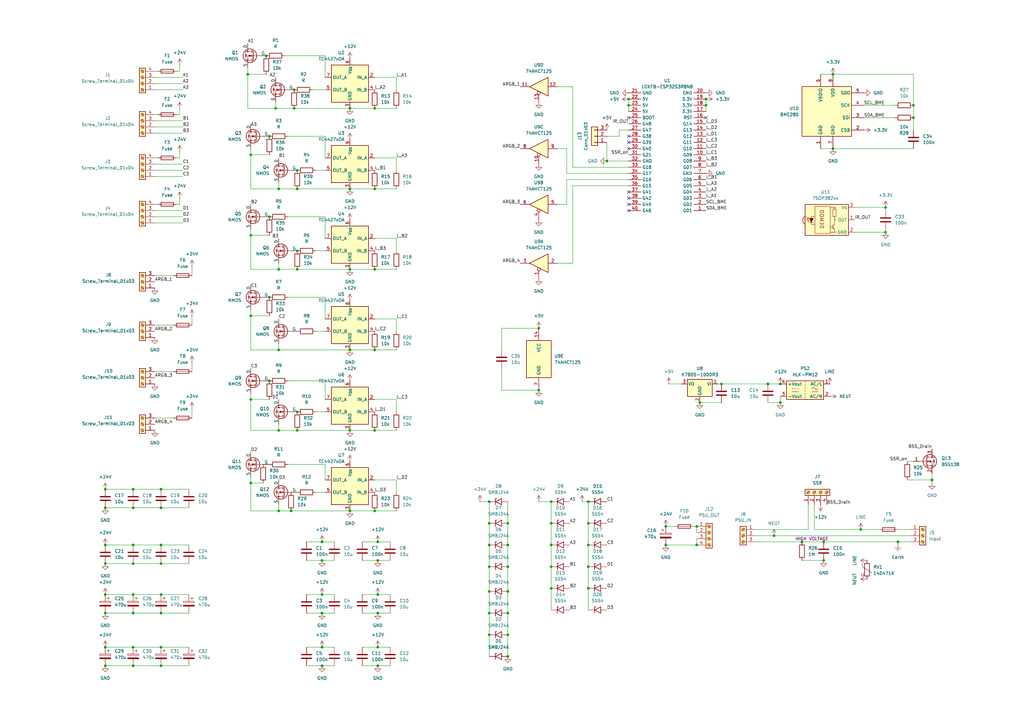
<source format=kicad_sch>
(kicad_sch (version 20250114) (generator "eeschema") (generator_version "9.0")
  (paper "A3")
  (junction (at 208.28 214.63))
  (junction (at 114.3 143.51))
  (junction (at 132.08 251.46))
  (junction (at 54.61 273.05))
  (junction (at 200.66 232.41))
  (junction (at 120.65 44.45))
  (junction (at 102.87 96.52))
  (junction (at 54.61 200.66))
  (junction (at 43.18 265.43))
  (junction (at 208.28 269.24))
  (junction (at 320.04 157.48))
  (junction (at 257.81 40.64))
  (junction (at 109.22 22.86))
  (junction (at 121.92 77.47))
  (junction (at 200.66 260.35))
  (junction (at 143.51 110.49))
  (junction (at 110.49 121.92))
  (junction (at 200.66 205.74))
  (junction (at 341.63 30.48))
  (junction (at 374.65 48.26))
  (junction (at 226.06 241.3))
  (junction (at 110.49 156.21))
  (junction (at 54.61 243.84))
  (junction (at 154.94 273.05))
  (junction (at 295.91 157.48))
  (junction (at 54.61 231.14))
  (junction (at 154.94 265.43))
  (junction (at 43.18 223.52))
  (junction (at 368.3 222.25))
  (junction (at 110.49 55.88))
  (junction (at 43.18 200.66))
  (junction (at 143.51 44.45))
  (junction (at 132.08 243.84))
  (junction (at 102.87 129.54))
  (junction (at 200.66 242.57))
  (junction (at 208.28 242.57))
  (junction (at 43.18 251.46))
  (junction (at 208.28 232.41))
  (junction (at 54.61 208.28))
  (junction (at 101.6 30.48))
  (junction (at 220.98 134.62))
  (junction (at 285.75 215.9))
  (junction (at 241.3 214.63))
  (junction (at 102.87 163.83))
  (junction (at 66.04 223.52))
  (junction (at 289.56 43.18))
  (junction (at 314.96 157.48))
  (junction (at 153.67 44.45))
  (junction (at 43.18 243.84))
  (junction (at 328.93 222.25))
  (junction (at 374.65 43.18))
  (junction (at 114.3 110.49))
  (junction (at 273.05 223.52))
  (junction (at 341.63 60.96))
  (junction (at 54.61 251.46))
  (junction (at 66.04 200.66))
  (junction (at 241.3 205.74))
  (junction (at 226.06 232.41))
  (junction (at 226.06 223.52))
  (junction (at 208.28 260.35))
  (junction (at 143.51 176.53))
  (junction (at 43.18 273.05))
  (junction (at 154.94 243.84))
  (junction (at 382.27 196.85))
  (junction (at 153.67 77.47))
  (junction (at 208.28 223.52))
  (junction (at 363.22 95.25))
  (junction (at 120.65 36.83))
  (junction (at 220.98 160.02))
  (junction (at 241.3 241.3))
  (junction (at 113.03 44.45))
  (junction (at 226.06 205.74))
  (junction (at 241.3 223.52))
  (junction (at 200.66 223.52))
  (junction (at 285.75 223.52))
  (junction (at 114.3 176.53))
  (junction (at 226.06 214.63))
  (junction (at 66.04 243.84))
  (junction (at 132.08 265.43))
  (junction (at 363.22 85.09))
  (junction (at 132.08 222.25))
  (junction (at 66.04 251.46))
  (junction (at 143.51 77.47))
  (junction (at 353.06 217.17))
  (junction (at 43.18 231.14))
  (junction (at 121.92 110.49))
  (junction (at 153.67 110.49))
  (junction (at 54.61 265.43))
  (junction (at 317.5 219.71))
  (junction (at 287.02 165.1))
  (junction (at 121.92 69.85))
  (junction (at 66.04 265.43))
  (junction (at 337.82 222.25))
  (junction (at 241.3 232.41))
  (junction (at 66.04 231.14))
  (junction (at 200.66 214.63))
  (junction (at 110.49 88.9))
  (junction (at 208.28 251.46))
  (junction (at 121.92 102.87))
  (junction (at 114.3 77.47))
  (junction (at 102.87 198.12))
  (junction (at 248.92 66.04))
  (junction (at 153.67 143.51))
  (junction (at 289.56 40.64))
  (junction (at 337.82 229.87))
  (junction (at 132.08 229.87))
  (junction (at 153.67 176.53))
  (junction (at 273.05 215.9))
  (junction (at 143.51 209.55))
  (junction (at 200.66 251.46))
  (junction (at 66.04 273.05))
  (junction (at 154.94 222.25))
  (junction (at 132.08 273.05))
  (junction (at 153.67 209.55))
  (junction (at 154.94 229.87))
  (junction (at 114.3 209.55))
  (junction (at 121.92 176.53))
  (junction (at 119.38 209.55))
  (junction (at 143.51 143.51))
  (junction (at 121.92 168.91))
  (junction (at 154.94 251.46))
  (junction (at 257.81 43.18))
  (junction (at 54.61 223.52))
  (junction (at 66.04 208.28))
  (junction (at 102.87 63.5))
  (junction (at 43.18 208.28))
  (junction (at 320.04 165.1))
  (no_connect (at 289.56 48.26))
  (no_connect (at 257.81 58.42))
  (no_connect (at 257.81 78.74))
  (no_connect (at 257.81 83.82))
  (no_connect (at 257.81 86.36))
  (no_connect (at 257.81 81.28))
  (no_connect (at 257.81 60.96))
  (no_connect (at 257.81 55.88))
  (no_connect (at 257.81 48.26))
  (wire (pts (xy 71.12 152.4) (xy 63.5 152.4)))
  (wire (pts (xy 102.87 60.96) (xy 102.87 63.5)))
  (wire (pts (xy 228.6 60.96) (xy 232.41 60.96)))
  (wire (pts (xy 73.66 26.67) (xy 73.66 29.21)))
  (wire (pts (xy 129.54 102.87) (xy 133.35 102.87)))
  (wire (pts (xy 287.02 165.1) (xy 295.91 165.1)))
  (wire (pts (xy 241.3 223.52) (xy 241.3 232.41)))
  (wire (pts (xy 66.04 200.66) (xy 54.61 200.66)))
  (wire (pts (xy 78.74 109.22) (xy 78.74 113.03)))
  (wire (pts (xy 341.63 30.48) (xy 374.65 30.48)))
  (wire (pts (xy 66.04 273.05) (xy 54.61 273.05)))
  (wire (pts (xy 254 53.34) (xy 257.81 53.34)))
  (wire (pts (xy 226.06 241.3) (xy 226.06 250.19)))
  (wire (pts (xy 132.08 273.05) (xy 137.16 273.05)))
  (wire (pts (xy 64.77 46.99) (xy 63.5 46.99)))
  (wire (pts (xy 374.65 43.18) (xy 374.65 48.26)))
  (wire (pts (xy 118.11 190.5) (xy 133.35 190.5)))
  (wire (pts (xy 114.3 74.93) (xy 114.3 77.47)))
  (wire (pts (xy 154.94 243.84) (xy 160.02 243.84)))
  (wire (pts (xy 328.93 222.25) (xy 309.88 222.25)))
  (wire (pts (xy 113.03 44.45) (xy 120.65 44.45)))
  (wire (pts (xy 129.54 201.93) (xy 133.35 201.93)))
  (wire (pts (xy 102.87 176.53) (xy 114.3 176.53)))
  (wire (pts (xy 71.12 171.45) (xy 63.5 171.45)))
  (wire (pts (xy 241.3 214.63) (xy 241.3 223.52)))
  (wire (pts (xy 71.12 113.03) (xy 63.5 113.03)))
  (wire (pts (xy 154.94 229.87) (xy 160.02 229.87)))
  (wire (pts (xy 77.47 265.43) (xy 66.04 265.43)))
  (wire (pts (xy 102.87 198.12) (xy 107.95 198.12)))
  (wire (pts (xy 121.92 77.47) (xy 143.51 77.47)))
  (wire (pts (xy 285.75 218.44) (xy 285.75 215.9)))
  (wire (pts (xy 368.3 223.52) (xy 368.3 222.25)))
  (wire (pts (xy 148.59 251.46) (xy 154.94 251.46)))
  (wire (pts (xy 132.08 265.43) (xy 137.16 265.43)))
  (wire (pts (xy 102.87 110.49) (xy 114.3 110.49)))
  (wire (pts (xy 285.75 223.52) (xy 285.75 220.98)))
  (wire (pts (xy 54.61 265.43) (xy 43.18 265.43)))
  (wire (pts (xy 153.67 209.55) (xy 162.56 209.55)))
  (wire (pts (xy 162.56 130.81) (xy 153.67 130.81)))
  (wire (pts (xy 73.66 64.77) (xy 72.39 64.77)))
  (wire (pts (xy 77.47 208.28) (xy 66.04 208.28)))
  (wire (pts (xy 102.87 209.55) (xy 114.3 209.55)))
  (wire (pts (xy 128.27 36.83) (xy 133.35 36.83)))
  (wire (pts (xy 129.54 168.91) (xy 133.35 168.91)))
  (wire (pts (xy 208.28 251.46) (xy 208.28 242.57)))
  (wire (pts (xy 317.5 219.71) (xy 373.38 219.71)))
  (wire (pts (xy 102.87 96.52) (xy 102.87 110.49)))
  (wire (pts (xy 341.63 60.96) (xy 374.65 60.96)))
  (wire (pts (xy 77.47 251.46) (xy 66.04 251.46)))
  (wire (pts (xy 232.41 71.12) (xy 257.81 71.12)))
  (wire (pts (xy 118.11 121.92) (xy 133.35 121.92)))
  (wire (pts (xy 66.04 231.14) (xy 54.61 231.14)))
  (wire (pts (xy 102.87 127) (xy 102.87 129.54)))
  (wire (pts (xy 143.51 143.51) (xy 153.67 143.51)))
  (wire (pts (xy 129.54 135.89) (xy 133.35 135.89)))
  (wire (pts (xy 205.74 134.62) (xy 220.98 134.62)))
  (wire (pts (xy 162.56 102.87) (xy 162.56 97.79)))
  (wire (pts (xy 153.67 110.49) (xy 162.56 110.49)))
  (wire (pts (xy 226.06 205.74) (xy 226.06 214.63)))
  (wire (pts (xy 241.3 205.74) (xy 241.3 214.63)))
  (wire (pts (xy 114.3 209.55) (xy 119.38 209.55)))
  (wire (pts (xy 54.61 200.66) (xy 43.18 200.66)))
  (wire (pts (xy 162.56 196.85) (xy 153.67 196.85)))
  (wire (pts (xy 226.06 214.63) (xy 226.06 223.52)))
  (wire (pts (xy 228.6 83.82) (xy 232.41 83.82)))
  (wire (pts (xy 234.95 107.95) (xy 234.95 76.2)))
  (wire (pts (xy 73.66 46.99) (xy 72.39 46.99)))
  (wire (pts (xy 232.41 60.96) (xy 232.41 71.12)))
  (wire (pts (xy 74.93 86.36) (xy 63.5 86.36)))
  (wire (pts (xy 363.22 95.25) (xy 350.52 95.25)))
  (wire (pts (xy 102.87 96.52) (xy 110.49 96.52)))
  (wire (pts (xy 241.3 241.3) (xy 241.3 250.19)))
  (wire (pts (xy 208.28 242.57) (xy 208.28 232.41)))
  (wire (pts (xy 367.03 48.26) (xy 354.33 48.26)))
  (wire (pts (xy 367.03 43.18) (xy 354.33 43.18)))
  (wire (pts (xy 200.66 260.35) (xy 200.66 269.24)))
  (wire (pts (xy 228.6 107.95) (xy 234.95 107.95)))
  (wire (pts (xy 234.95 35.56) (xy 234.95 68.58)))
  (wire (pts (xy 114.3 110.49) (xy 121.92 110.49)))
  (wire (pts (xy 328.93 229.87) (xy 337.82 229.87)))
  (wire (pts (xy 64.77 64.77) (xy 63.5 64.77)))
  (wire (pts (xy 119.38 209.55) (xy 143.51 209.55)))
  (wire (pts (xy 133.35 88.9) (xy 133.35 97.79)))
  (wire (pts (xy 162.56 64.77) (xy 153.67 64.77)))
  (wire (pts (xy 331.47 207.01) (xy 331.47 217.17)))
  (wire (pts (xy 125.73 243.84) (xy 132.08 243.84)))
  (wire (pts (xy 273.05 223.52) (xy 285.75 223.52)))
  (wire (pts (xy 368.3 222.25) (xy 373.38 222.25)))
  (wire (pts (xy 143.51 44.45) (xy 153.67 44.45)))
  (wire (pts (xy 148.59 265.43) (xy 154.94 265.43)))
  (wire (pts (xy 77.47 273.05) (xy 66.04 273.05)))
  (wire (pts (xy 294.64 157.48) (xy 295.91 157.48)))
  (wire (pts (xy 54.61 223.52) (xy 43.18 223.52)))
  (wire (pts (xy 220.98 205.74) (xy 226.06 205.74)))
  (wire (pts (xy 74.93 69.85) (xy 63.5 69.85)))
  (wire (pts (xy 102.87 129.54) (xy 102.87 143.51)))
  (wire (pts (xy 133.35 190.5) (xy 133.35 196.85)))
  (wire (pts (xy 101.6 30.48) (xy 109.22 30.48)))
  (wire (pts (xy 143.51 77.47) (xy 153.67 77.47)))
  (wire (pts (xy 148.59 273.05) (xy 154.94 273.05)))
  (wire (pts (xy 133.35 156.21) (xy 133.35 163.83)))
  (wire (pts (xy 129.54 69.85) (xy 133.35 69.85)))
  (wire (pts (xy 200.66 214.63) (xy 200.66 223.52)))
  (wire (pts (xy 334.01 217.17) (xy 353.06 217.17)))
  (wire (pts (xy 205.74 151.13) (xy 205.74 160.02)))
  (wire (pts (xy 132.08 229.87) (xy 137.16 229.87)))
  (wire (pts (xy 309.88 219.71) (xy 317.5 219.71)))
  (wire (pts (xy 314.96 165.1) (xy 320.04 165.1)))
  (wire (pts (xy 153.67 176.53) (xy 162.56 176.53)))
  (wire (pts (xy 382.27 196.85) (xy 382.27 198.12)))
  (wire (pts (xy 102.87 50.8) (xy 102.87 52.07)))
  (wire (pts (xy 241.3 232.41) (xy 241.3 241.3)))
  (wire (pts (xy 368.3 217.17) (xy 373.38 217.17)))
  (wire (pts (xy 71.12 133.35) (xy 63.5 133.35)))
  (wire (pts (xy 143.51 110.49) (xy 153.67 110.49)))
  (wire (pts (xy 78.74 167.64) (xy 78.74 171.45)))
  (wire (pts (xy 162.56 168.91) (xy 162.56 163.83)))
  (wire (pts (xy 64.77 29.21) (xy 63.5 29.21)))
  (wire (pts (xy 73.66 44.45) (xy 73.66 46.99)))
  (wire (pts (xy 102.87 129.54) (xy 110.49 129.54)))
  (wire (pts (xy 125.73 265.43) (xy 132.08 265.43)))
  (wire (pts (xy 154.94 251.46) (xy 160.02 251.46)))
  (wire (pts (xy 78.74 148.59) (xy 78.74 152.4)))
  (wire (pts (xy 114.3 77.47) (xy 121.92 77.47)))
  (wire (pts (xy 74.93 31.75) (xy 63.5 31.75)))
  (wire (pts (xy 64.77 83.82) (xy 63.5 83.82)))
  (wire (pts (xy 101.6 44.45) (xy 113.03 44.45)))
  (wire (pts (xy 54.61 208.28) (xy 43.18 208.28)))
  (wire (pts (xy 132.08 251.46) (xy 137.16 251.46)))
  (wire (pts (xy 289.56 40.64) (xy 289.56 43.18)))
  (wire (pts (xy 196.85 205.74) (xy 200.66 205.74)))
  (wire (pts (xy 248.92 55.88) (xy 254 55.88)))
  (wire (pts (xy 102.87 77.47) (xy 114.3 77.47)))
  (wire (pts (xy 273.05 215.9) (xy 276.86 215.9)))
  (wire (pts (xy 372.11 189.23) (xy 374.65 189.23)))
  (wire (pts (xy 73.66 62.23) (xy 73.66 64.77)))
  (wire (pts (xy 74.93 91.44) (xy 63.5 91.44)))
  (wire (pts (xy 205.74 160.02) (xy 220.98 160.02)))
  (wire (pts (xy 102.87 163.83) (xy 102.87 176.53)))
  (wire (pts (xy 200.66 232.41) (xy 200.66 242.57)))
  (wire (pts (xy 125.73 229.87) (xy 132.08 229.87)))
  (wire (pts (xy 208.28 232.41) (xy 208.28 223.52)))
  (wire (pts (xy 73.66 29.21) (xy 72.39 29.21)))
  (wire (pts (xy 153.67 44.45) (xy 162.56 44.45)))
  (wire (pts (xy 208.28 269.24) (xy 208.28 260.35)))
  (wire (pts (xy 295.91 157.48) (xy 314.96 157.48)))
  (wire (pts (xy 153.67 143.51) (xy 162.56 143.51)))
  (wire (pts (xy 102.87 93.98) (xy 102.87 96.52)))
  (wire (pts (xy 309.88 217.17) (xy 331.47 217.17)))
  (wire (pts (xy 162.56 135.89) (xy 162.56 130.81)))
  (wire (pts (xy 154.94 273.05) (xy 160.02 273.05)))
  (wire (pts (xy 232.41 83.82) (xy 232.41 73.66)))
  (wire (pts (xy 114.3 173.99) (xy 114.3 176.53)))
  (wire (pts (xy 102.87 63.5) (xy 102.87 77.47)))
  (wire (pts (xy 66.04 265.43) (xy 54.61 265.43)))
  (wire (pts (xy 200.66 223.52) (xy 200.66 232.41)))
  (wire (pts (xy 77.47 200.66) (xy 66.04 200.66)))
  (wire (pts (xy 74.93 49.53) (xy 63.5 49.53)))
  (wire (pts (xy 208.28 223.52) (xy 208.28 214.63)))
  (wire (pts (xy 234.95 76.2) (xy 257.81 76.2)))
  (wire (pts (xy 74.93 72.39) (xy 63.5 72.39)))
  (wire (pts (xy 254 55.88) (xy 254 53.34)))
  (wire (pts (xy 66.04 243.84) (xy 54.61 243.84)))
  (wire (pts (xy 133.35 22.86) (xy 133.35 31.75)))
  (wire (pts (xy 341.63 30.48) (xy 336.55 30.48)))
  (wire (pts (xy 125.73 273.05) (xy 132.08 273.05)))
  (wire (pts (xy 248.92 58.42) (xy 248.92 66.04)))
  (wire (pts (xy 341.63 60.96) (xy 336.55 60.96)))
  (wire (pts (xy 120.65 44.45) (xy 143.51 44.45)))
  (wire (pts (xy 63.5 34.29) (xy 74.93 34.29)))
  (wire (pts (xy 363.22 93.98) (xy 363.22 95.25)))
  (wire (pts (xy 118.11 156.21) (xy 133.35 156.21)))
  (wire (pts (xy 125.73 222.25) (xy 132.08 222.25)))
  (wire (pts (xy 121.92 110.49) (xy 143.51 110.49)))
  (wire (pts (xy 374.65 30.48) (xy 374.65 43.18)))
  (wire (pts (xy 148.59 229.87) (xy 154.94 229.87)))
  (wire (pts (xy 73.66 81.28) (xy 73.66 83.82)))
  (wire (pts (xy 162.56 163.83) (xy 153.67 163.83)))
  (wire (pts (xy 148.59 243.84) (xy 154.94 243.84)))
  (wire (pts (xy 66.04 223.52) (xy 54.61 223.52)))
  (wire (pts (xy 118.11 55.88) (xy 133.35 55.88)))
  (wire (pts (xy 133.35 55.88) (xy 133.35 64.77)))
  (wire (pts (xy 102.87 198.12) (xy 102.87 209.55)))
  (wire (pts (xy 77.47 223.52) (xy 66.04 223.52)))
  (wire (pts (xy 363.22 85.09) (xy 350.52 85.09)))
  (wire (pts (xy 368.3 222.25) (xy 337.82 222.25)))
  (wire (pts (xy 113.03 41.91) (xy 113.03 44.45)))
  (wire (pts (xy 200.66 251.46) (xy 200.66 260.35)))
  (wire (pts (xy 132.08 243.84) (xy 137.16 243.84)))
  (wire (pts (xy 226.06 223.52) (xy 226.06 232.41)))
  (wire (pts (xy 74.93 67.31) (xy 63.5 67.31)))
  (wire (pts (xy 114.3 176.53) (xy 121.92 176.53)))
  (wire (pts (xy 257.81 40.64) (xy 257.81 43.18)))
  (wire (pts (xy 102.87 195.58) (xy 102.87 198.12)))
  (wire (pts (xy 132.08 222.25) (xy 137.16 222.25)))
  (wire (pts (xy 101.6 30.48) (xy 101.6 44.45)))
  (wire (pts (xy 162.56 31.75) (xy 153.67 31.75)))
  (wire (pts (xy 102.87 143.51) (xy 114.3 143.51)))
  (wire (pts (xy 154.94 265.43) (xy 160.02 265.43)))
  (wire (pts (xy 116.84 22.86) (xy 133.35 22.86)))
  (wire (pts (xy 353.06 217.17) (xy 360.68 217.17)))
  (wire (pts (xy 234.95 68.58) (xy 257.81 68.58)))
  (wire (pts (xy 162.56 201.93) (xy 162.56 196.85)))
  (wire (pts (xy 284.48 215.9) (xy 285.75 215.9)))
  (wire (pts (xy 121.92 176.53) (xy 143.51 176.53)))
  (wire (pts (xy 102.87 163.83) (xy 110.49 163.83)))
  (wire (pts (xy 74.93 36.83) (xy 63.5 36.83)))
  (wire (pts (xy 289.56 43.18) (xy 289.56 45.72)))
  (wire (pts (xy 101.6 27.94) (xy 101.6 30.48)))
  (wire (pts (xy 78.74 129.54) (xy 78.74 133.35)))
  (wire (pts (xy 54.61 231.14) (xy 43.18 231.14)))
  (wire (pts (xy 73.66 83.82) (xy 72.39 83.82)))
  (wire (pts (xy 143.51 176.53) (xy 153.67 176.53)))
  (wire (pts (xy 125.73 251.46) (xy 132.08 251.46)))
  (wire (pts (xy 54.61 273.05) (xy 43.18 273.05)))
  (wire (pts (xy 374.65 53.34) (xy 374.65 48.26)))
  (wire (pts (xy 372.11 196.85) (xy 382.27 196.85)))
  (wire (pts (xy 114.3 207.01) (xy 114.3 209.55)))
  (wire (pts (xy 114.3 107.95) (xy 114.3 110.49)))
  (wire (pts (xy 162.56 36.83) (xy 162.56 31.75)))
  (wire (pts (xy 232.41 73.66) (xy 257.81 73.66)))
  (wire (pts (xy 154.94 222.25) (xy 160.02 222.25)))
  (wire (pts (xy 54.61 251.46) (xy 43.18 251.46)))
  (wire (pts (xy 143.51 209.55) (xy 153.67 209.55)))
  (wire (pts (xy 320.04 165.1) (xy 320.04 162.56)))
  (wire (pts (xy 77.47 243.84) (xy 66.04 243.84)))
  (wire (pts (xy 314.96 157.48) (xy 320.04 157.48)))
  (wire (pts (xy 66.04 251.46) (xy 54.61 251.46)))
  (wire (pts (xy 200.66 242.57) (xy 200.66 251.46)))
  (wire (pts (xy 274.32 157.48) (xy 279.4 157.48)))
  (wire (pts (xy 208.28 260.35) (xy 208.28 251.46)))
  (wire (pts (xy 200.66 205.74) (xy 200.66 214.63)))
  (wire (pts (xy 238.76 205.74) (xy 241.3 205.74)))
  (wire (pts (xy 74.93 52.07) (xy 63.5 52.07)))
  (wire (pts (xy 248.92 66.04) (xy 257.81 66.04)))
  (wire (pts (xy 208.28 214.63) (xy 208.28 205.74)))
  (wire (pts (xy 74.93 54.61) (xy 63.5 54.61)))
  (wire (pts (xy 74.93 88.9) (xy 63.5 88.9)))
  (wire (pts (xy 257.81 45.72) (xy 257.81 43.18)))
  (wire (pts (xy 114.3 143.51) (xy 143.51 143.51)))
  (wire (pts (xy 77.47 231.14) (xy 66.04 231.14)))
  (wire (pts (xy 205.74 143.51) (xy 205.74 134.62)))
  (wire (pts (xy 114.3 140.97) (xy 114.3 143.51)))
  (wire (pts (xy 162.56 97.79) (xy 153.67 97.79)))
  (wire (pts (xy 54.61 243.84) (xy 43.18 243.84)))
  (wire (pts (xy 228.6 35.56) (xy 234.95 35.56)))
  (wire (pts (xy 66.04 208.28) (xy 54.61 208.28)))
  (wire (pts (xy 337.82 222.25) (xy 328.93 222.25)))
  (wire (pts (xy 153.67 77.47) (xy 162.56 77.47)))
  (wire (pts (xy 118.11 88.9) (xy 133.35 88.9)))
  (wire (pts (xy 162.56 69.85) (xy 162.56 64.77)))
  (wire (pts (xy 133.35 121.92) (xy 133.35 130.81)))
  (wire (pts (xy 226.06 232.41) (xy 226.06 241.3)))
  (wire (pts (xy 334.01 207.01) (xy 334.01 217.17)))
  (wire (pts (xy 102.87 116.84) (xy 102.87 118.11)))
  (wire (pts (xy 102.87 161.29) (xy 102.87 163.83)))
  (wire (pts (xy 148.59 222.25) (xy 154.94 222.25)))
  (wire (pts (xy 102.87 63.5) (xy 110.49 63.5)))
  (wire (pts (xy 363.22 86.36) (xy 363.22 85.09)))
  (wire (pts (xy 382.27 194.31) (xy 382.27 196.85)))
  (label "SSR_on" (at 372.11 189.23 180))
  (label "D2" (at 74.93 88.9 0))
  (label "L_D2" (at 162.56 196.85 0))
  (label "L_B3" (at 153.67 102.87 0))
  (label "L_A2" (at 289.56 78.74 0))
  (label "B2" (at 233.68 241.3 0))
  (label "A1" (at 233.68 205.74 0))
  (label "C3" (at 248.92 223.52 0))
  (label "ARGB_4" (at 63.5 173.99 0))
  (label "ARGB_1" (at 213.36 35.56 180))
  (label "ARGB_1" (at 63.5 115.57 0))
  (label "ARGB_3" (at 213.36 83.82 180))
  (label "A3" (at 102.87 52.07 0))
  (label "BSS_Drain" (at 382.27 184.15 180))
  (label "A3" (at 233.68 223.52 0))
  (label "L_B1" (at 289.56 73.66 0))
  (label "ARGB_2" (at 213.36 60.96 180))
  (label "C2" (at 114.3 130.81 0))
  (label "L_B3" (at 289.56 66.04 0))
  (label "C2" (at 248.92 214.63 0))
  (label "L_B2" (at 289.56 68.58 0))
  (label "C1" (at 102.87 118.11 0))
  (label "A1" (at 74.93 31.75 0))
  (label "D3" (at 114.3 196.85 0))
  (label "B2" (at 74.93 52.07 0))
  (label "A1" (at 101.6 17.78 0))
  (label "SCL_BME" (at 289.56 83.82 0))
  (label "L_A2" (at 153.67 36.83 0))
  (label "L_A3" (at 289.56 76.2 0))
  (label "D3" (at 248.92 250.19 0))
  (label "C1" (at 74.93 67.31 0))
  (label "A2" (at 113.03 31.75 180))
  (label "L_C1" (at 289.56 63.5 0))
  (label "L_C2" (at 153.67 135.89 0))
  (label "C2" (at 74.93 69.85 0))
  (label "A3" (at 74.93 36.83 0))
  (label "A2" (at 74.93 34.29 0))
  (label "SSR_on" (at 257.81 63.5 180))
  (label "ARGB_2" (at 63.5 135.89 0))
  (label "D2" (at 102.87 185.42 0))
  (label "L_A1" (at 289.56 81.28 0))
  (label "L_D1" (at 153.67 168.91 0))
  (label "ARGB_3" (at 63.5 154.94 0))
  (label "B1" (at 233.68 232.41 0))
  (label "B1" (at 114.3 64.77 0))
  (label "IR_OUT" (at 257.81 50.8 180))
  (label "D3" (at 74.93 91.44 0))
  (label "IR_OUT" (at 350.52 90.17 0))
  (label "L_D1" (at 289.56 55.88 0))
  (label "L_A1" (at 162.56 31.75 0))
  (label "C3" (at 74.93 72.39 0))
  (label "D1" (at 248.92 232.41 0))
  (label "D2" (at 248.92 241.3 0))
  (label "L_D2" (at 289.56 53.34 0))
  (label "D1" (at 74.93 86.36 0))
  (label "ARGB_4" (at 213.36 107.95 180))
  (label "B2" (at 102.87 83.82 0))
  (label "SCL_BME" (at 354.33 43.18 0))
  (label "L_C3" (at 162.56 163.83 0))
  (label "A2" (at 233.68 214.63 0))
  (label "L_D3" (at 289.56 50.8 0))
  (label "L_C3" (at 289.56 58.42 0))
  (label "L_C1" (at 162.56 130.81 0))
  (label "L_A3" (at 162.56 64.77 0))
  (label "L_D3" (at 153.67 201.93 0))
  (label "B3" (at 233.68 250.19 0))
  (label "D1" (at 114.3 163.83 180))
  (label "B3" (at 74.93 54.61 0))
  (label "L_B1" (at 153.67 69.85 0))
  (label "SDA_BME" (at 354.33 48.26 0))
  (label "C3" (at 102.87 151.13 0))
  (label "C1" (at 248.92 205.74 0))
  (label "L_B2" (at 162.56 97.79 0))
  (label "B3" (at 114.3 97.79 180))
  (label "B1" (at 74.93 49.53 0))
  (label "SDA_BME" (at 289.56 86.36 0))
  (label "L_C2" (at 289.56 60.96 0))
  (label "BSS_Drain" (at 339.09 207.01 0))
  (symbol (lib_id "Device:R") (at 125.73 102.87 90) (unit 1)
    (property "Reference" "R6" (at 125.73 96.52 90))
    (property "Value" "R" (at 125.73 99.06 90))
    (property "Description" "Resistor" (effects (hide yes)))
  )
  (symbol (lib_id "Diode:SM6T6V8A") (at 245.11 241.3 0) (unit 1)
    (property "Reference" "D19" (at 245.11 234.95 0))
    (property "Value" "SS54" (at 245.11 237.49 0))
    (property "Footprint" "Diode_SMD:D_SMB" (effects (hide yes)))
    (property "Datasheet" "https://www.st.com/resource/en/datasheet/sm6t.pdf" (effects (hide yes)))
    (property "Description" "600W unidirectional Transil Transient Voltage Suppressor, 6.8Vrwm, DO-214AA" (effects (hide yes)))
    (property "LCSC" "C22452" (effects (hide yes)))
  )
  (symbol (lib_id "Device:R") (at 114.3 88.9 90) (unit 1)
    (property "Reference" "R5" (at 114.3 82.55 90))
    (property "Value" "R" (at 114.3 85.09 90))
    (property "Description" "Resistor" (effects (hide yes)))
  )
  (symbol (lib_id "Device:C") (at 160.02 269.24 0) (unit 1)
    (property "Reference" "C12" (at 163.83 267.9699 0) (effects (justify left)))
    (property "Value" "10u" (at 163.83 270.5099 0) (effects (justify left)))
    (property "Footprint" "Capacitor_SMD:C_1210_3225Metric" (effects (hide yes)))
    (property "Description" "Unpolarized capacitor" (effects (hide yes)))
  )
  (symbol (lib_id "power:GND") (at 43.18 208.28 0) (unit 1)
    (property "Reference" "#PWR063" (effects (hide yes)))
    (property "Value" "GND" (at 43.18 213.36 0))
    (property "Description" "Power symbol creates a global label with name \"GND\" , ground" (effects (hide yes)))
  )
  (symbol (lib_id "Device:C") (at 148.59 269.24 0) (unit 1)
    (property "Reference" "C11" (at 152.4 267.9699 0) (effects (justify left)))
    (property "Value" "100n" (at 152.4 270.5099 0) (effects (justify left)))
    (property "Footprint" "Capacitor_SMD:C_0603_1608Metric" (effects (hide yes)))
    (property "Description" "Unpolarized capacitor" (effects (hide yes)))
  )
  (symbol (lib_id "power:+12V") (at 143.51 90.17 0) (unit 1)
    (property "Reference" "#PWR09" (effects (hide yes)))
    (property "Value" "+12V" (at 143.51 85.09 0))
    (property "Description" "Power symbol creates a global label with name \"+12V\"" (effects (hide yes)))
  )
  (symbol (lib_id "Device:Fuse") (at 74.93 171.45 90) (unit 1)
    (property "Reference" "F9" (at 74.93 165.1 90))
    (property "Value" "Fuse" (at 74.93 167.64 90))
    (property "Footprint" "easyeda2kicad:FUSE-TH_4P-L16.0-W6.7" (effects (hide yes)))
    (property "Description" "Fuse" (effects (hide yes)))
    (property "LCSC" "C19727305" (effects (hide yes)))
  )
  (symbol (lib_id "74xx:74AHCT125") (at 220.98 147.32 0) (unit 5)
    (property "Reference" "U9" (at 227.33 146.0499 0) (effects (justify left)))
    (property "Value" "74AHCT125" (at 227.33 148.5899 0) (effects (justify left)))
    (property "Footprint" "Package_SO:SOIC-14_3.9x8.7mm_P1.27mm" (effects (hide yes)))
    (property "Datasheet" "https://www.ti.com/lit/ds/symlink/sn74ahct125.pdf" (effects (hide yes)))
    (property "Description" "Quadruple Bus Buffer Gates With 3-State Outputs" (effects (hide yes)))
  )
  (symbol (lib_id "power:GND") (at 43.18 231.14 0) (unit 1)
    (property "Reference" "#PWR066" (effects (hide yes)))
    (property "Value" "GND" (at 43.18 236.22 0))
    (property "Description" "Power symbol creates a global label with name \"GND\" , ground" (effects (hide yes)))
  )
  (symbol (lib_id "power:+12V") (at 132.08 265.43 0) (unit 1)
    (property "Reference" "#PWR035" (effects (hide yes)))
    (property "Value" "+12V" (at 132.08 260.35 0))
    (property "Description" "Power symbol creates a global label with name \"+12V\"" (effects (hide yes)))
  )
  (symbol (lib_id "power:+12V") (at 336.55 207.01 180) (unit 1)
    (property "Reference" "#PWR021" (effects (hide yes)))
    (property "Value" "+12V" (at 336.55 212.09 0))
    (property "Description" "Power symbol creates a global label with name \"+12V\"" (effects (hide yes)))
  )
  (symbol (lib_id "power:GND") (at 143.51 77.47 0) (unit 1)
    (property "Reference" "#PWR04" (effects (hide yes)))
    (property "Value" "GND" (at 143.51 82.55 0))
    (property "Description" "Power symbol creates a global label with name \"GND\" , ground" (effects (hide yes)))
  )
  (symbol (lib_id "power:+3.3V") (at 289.56 40.64 270) (unit 1)
    (property "Reference" "#PWR030" (effects (hide yes)))
    (property "Value" "+3.3V" (at 293.37 40.6399 90) (effects (justify left)))
    (property "Description" "Power symbol creates a global label with name \"+3.3V\"" (effects (hide yes)))
  )
  (symbol (lib_id "Connector:Screw_Terminal_01x03") (at 58.42 135.89 180) (unit 1)
    (property "Reference" "J9" (at 44.45 133.096 0))
    (property "Value" "Screw_Terminal_01x03" (at 44.45 135.636 0))
    (property "Description" "Generic screw terminal, single row, 01x03, script generated (kicad-library-utils/schlib/autogen/connector/)" (effects (hide yes)))
  )
  (symbol (lib_id "power:GND") (at 154.94 229.87 0) (unit 1)
    (property "Reference" "#PWR038" (effects (hide yes)))
    (property "Value" "GND" (at 154.94 234.95 0))
    (property "Description" "Power symbol creates a global label with name \"GND\" , ground" (effects (hide yes)))
  )
  (symbol (lib_id "power:GND") (at 289.56 71.12 90) (unit 1)
    (property "Reference" "#PWR050" (effects (hide yes)))
    (property "Value" "GND" (at 293.37 71.1199 90) (effects (justify right)))
    (property "Description" "Power symbol creates a global label with name \"GND\" , ground" (effects (hide yes)))
  )
  (symbol (lib_id "power:+3.3V") (at 363.22 85.09 0) (unit 1)
    (property "Reference" "#PWR072" (effects (hide yes)))
    (property "Value" "+3.3V" (at 363.22 80.01 0))
    (property "Description" "Power symbol creates a global label with name \"+3.3V\"" (effects (hide yes)))
  )
  (symbol (lib_id "Driver_FET:TC4427xOA") (at 143.51 199.39 0) (mirror y) (unit 1)
    (property "Reference" "U7" (at 141.3667 186.69 0) (effects (justify left)))
    (property "Value" "TC4427xOA" (at 141.3667 189.23 0) (effects (justify left)))
    (property "Footprint" "Package_SO:SOIC-8_3.9x4.9mm_P1.27mm" (effects (hide yes)))
    (property "Datasheet" "https://ww1.microchip.com/downloads/en/DeviceDoc/20001422G.pdf" (effects (hide yes)))
    (property "Description" "1.5A Dual High-Speed Power MOSFET Drivers, 4.5..18V supply, TTL/CMOS compatible inputs, non-inverting drivers, SOIC-8" (effects (hide yes)))
  )
  (symbol (lib_id "Diode:SM6T6V8A") (at 204.47 260.35 0) (unit 1)
    (property "Reference" "D2" (at 204.47 254 0))
    (property "Value" "SMBJ24A" (at 204.47 256.54 0))
    (property "Footprint" "Diode_SMD:D_SMB" (effects (hide yes)))
    (property "Datasheet" "https://www.st.com/resource/en/datasheet/sm6t.pdf" (effects (hide yes)))
    (property "Description" "600W unidirectional Transil Transient Voltage Suppressor, 6.8Vrwm, DO-214AA" (effects (hide yes)))
  )
  (symbol (lib_id "power:+24V") (at 220.98 205.74 0) (unit 1)
    (property "Reference" "#PWR080" (effects (hide yes)))
    (property "Value" "+24V" (at 220.98 200.66 0))
    (property "Description" "Power symbol creates a global label with name \"+24V\"" (effects (hide yes)))
  )
  (symbol (lib_id "power:LINE") (at 353.06 217.17 0) (mirror y) (unit 1)
    (property "Reference" "#PWR017" (effects (hide yes)))
    (property "Value" "LINE" (at 353.06 212.09 0))
    (property "Description" "Power symbol creates a global label with name \"LINE\"" (effects (hide yes)))
  )
  (symbol (lib_id "Diode:SM6T6V8A") (at 204.47 214.63 0) (unit 1)
    (property "Reference" "D7" (at 204.47 208.28 0))
    (property "Value" "SMBJ24A" (at 204.47 210.82 0))
    (property "Footprint" "Diode_SMD:D_SMB" (effects (hide yes)))
    (property "Datasheet" "https://www.st.com/resource/en/datasheet/sm6t.pdf" (effects (hide yes)))
    (property "Description" "600W unidirectional Transil Transient Voltage Suppressor, 6.8Vrwm, DO-214AA" (effects (hide yes)))
  )
  (symbol (lib_id "74xx:74AHCT125") (at 220.98 35.56 0) (mirror y) (unit 4)
    (property "Reference" "U9" (at 220.98 26.67 0))
    (property "Value" "74AHCT125" (at 220.98 29.21 0))
    (property "Footprint" "Package_SO:SOIC-14_3.9x8.7mm_P1.27mm" (effects (hide yes)))
    (property "Datasheet" "https://www.ti.com/lit/ds/symlink/sn74ahct125.pdf" (effects (hide yes)))
    (property "Description" "Quadruple Bus Buffer Gates With 3-State Outputs" (effects (hide yes)))
  )
  (symbol (lib_id "Device:Fuse") (at 68.58 46.99 90) (unit 1)
    (property "Reference" "F2" (at 68.58 40.64 90))
    (property "Value" "Fuse" (at 68.58 43.18 90))
    (property "Footprint" "easyeda2kicad:FUSE-TH_4P-L16.0-W6.7" (effects (hide yes)))
    (property "Description" "Fuse" (effects (hide yes)))
    (property "LCSC" "C19727305" (effects (hide yes)))
  )
  (symbol (lib_id "Device:Fuse") (at 68.58 29.21 90) (unit 1)
    (property "Reference" "F1" (at 68.58 22.86 90))
    (property "Value" "Fuse" (at 68.58 25.4 90))
    (property "Footprint" "easyeda2kicad:FUSE-TH_4P-L16.0-W6.7" (effects (hide yes)))
    (property "Description" "Fuse" (effects (hide yes)))
    (property "LCSC" "C19727305" (effects (hide yes)))
  )
  (symbol (lib_id "power:Earth") (at 368.3 223.52 0) (unit 1)
    (property "Reference" "#PWR019" (effects (hide yes)))
    (property "Value" "Earth" (at 368.3 228.6 0))
    (property "Description" "Power symbol creates a global label with name \"Earth\"" (effects (hide yes)))
  )
  (symbol (lib_id "Regulator_Linear:LM7805_TO220") (at 287.02 157.48 0) (mirror y) (unit 1)
    (property "Reference" "U8" (at 287.02 151.13 0))
    (property "Value" "K7805-1000R3" (at 287.02 153.67 0))
    (property "Footprint" "Package_TO_SOT_THT:TO-220-3_Vertical" (effects (hide yes)))
    (property "Datasheet" "https://www.onsemi.cn/PowerSolutions/document/MC7800-D.PDF" (effects (hide yes)))
    (property "Description" "Positive 1A 35V Linear Regulator, Fixed Output 5V, TO-220" (effects (hide yes)))
    (property "LCSC" "C2992391" (effects (hide yes)))
  )
  (symbol (lib_id "Connector:Screw_Terminal_01x04") (at 58.42 52.07 180) (unit 1)
    (property "Reference" "J2" (at 44.196 48.514 0))
    (property "Value" "Screw_Terminal_01x04" (at 44.196 51.054 0))
    (property "Description" "Generic screw terminal, single row, 01x04, script generated (kicad-library-utils/schlib/autogen/connector/)" (effects (hide yes)))
  )
  (symbol (lib_id "Device:C") (at 125.73 226.06 0) (unit 1)
    (property "Reference" "C1" (at 129.54 224.7899 0) (effects (justify left)))
    (property "Value" "100n" (at 129.54 227.3299 0) (effects (justify left)))
    (property "Footprint" "Capacitor_SMD:C_0603_1608Metric" (effects (hide yes)))
    (property "Description" "Unpolarized capacitor" (effects (hide yes)))
  )
  (symbol (lib_id "power:+5V") (at 257.81 40.64 90) (unit 1)
    (property "Reference" "#PWR023" (effects (hide yes)))
    (property "Value" "+5V" (at 254 40.6399 90) (effects (justify left)))
    (property "Description" "Power symbol creates a global label with name \"+5V\"" (effects (hide yes)))
  )
  (symbol (lib_id "power:+24V") (at 43.18 243.84 0) (unit 1)
    (property "Reference" "#PWR067" (effects (hide yes)))
    (property "Value" "+24V" (at 43.18 238.76 0))
    (property "Description" "Power symbol creates a global label with name \"+24V\"" (effects (hide yes)))
  )
  (symbol (lib_id "Device:C") (at 77.47 227.33 0) (unit 1)
    (property "Reference" "C24" (at 81.28 226.0599 0) (effects (justify left)))
    (property "Value" "10u" (at 81.28 228.5999 0) (effects (justify left)))
    (property "Footprint" "Capacitor_SMD:C_1210_3225Metric" (effects (hide yes)))
    (property "Description" "Unpolarized capacitor" (effects (hide yes)))
  )
  (symbol (lib_id "Device:R") (at 121.92 106.68 180) (unit 1)
    (property "Reference" "R34" (at 124.46 105.4099 0) (effects (justify right)))
    (property "Value" "10k" (at 124.46 107.9499 0) (effects (justify right)))
    (property "Description" "Resistor" (effects (hide yes)))
  )
  (symbol (lib_id "Device:R") (at 110.49 92.71 180) (unit 1)
    (property "Reference" "R35" (at 113.03 91.4399 0) (effects (justify right)))
    (property "Value" "10k" (at 113.03 93.9799 0) (effects (justify right)))
    (property "Description" "Resistor" (effects (hide yes)))
  )
  (symbol (lib_id "Device:R") (at 153.67 205.74 180) (unit 1)
    (property "Reference" "R23" (at 156.21 204.4699 0) (effects (justify right)))
    (property "Value" "10k" (at 156.21 207.0099 0) (effects (justify right)))
    (property "Description" "Resistor" (effects (hide yes)))
  )
  (symbol (lib_id "Diode:SM6T6V8A") (at 204.47 232.41 0) (unit 1)
    (property "Reference" "D5" (at 204.47 226.06 0))
    (property "Value" "SMBJ24A" (at 204.47 228.6 0))
    (property "Footprint" "Diode_SMD:D_SMB" (effects (hide yes)))
    (property "Datasheet" "https://www.st.com/resource/en/datasheet/sm6t.pdf" (effects (hide yes)))
    (property "Description" "600W unidirectional Transil Transient Voltage Suppressor, 6.8Vrwm, DO-214AA" (effects (hide yes)))
  )
  (symbol (lib_id "Device:C_Polarized") (at 77.47 269.24 0) (mirror y) (unit 1)
    (property "Reference" "C32" (at 81.28 267.0809 0) (effects (justify right)))
    (property "Value" "470u" (at 81.28 269.6209 0) (effects (justify right)))
    (property "Footprint" "Capacitor_THT:CP_Radial_D10.0mm_P5.00mm" (effects (hide yes)))
    (property "Description" "Polarized capacitor" (effects (hide yes)))
    (property "LCSC" "C3038120" (effects (hide yes)))
  )
  (symbol (lib_id "Connector:Screw_Terminal_01x03") (at 58.42 115.57 180) (unit 1)
    (property "Reference" "J8" (at 44.45 112.776 0))
    (property "Value" "Screw_Terminal_01x03" (at 44.45 115.316 0))
    (property "Description" "Generic screw terminal, single row, 01x03, script generated (kicad-library-utils/schlib/autogen/connector/)" (effects (hide yes)))
  )
  (symbol (lib_id "power:GND") (at 132.08 229.87 0) (unit 1)
    (property "Reference" "#PWR032" (effects (hide yes)))
    (property "Value" "GND" (at 132.08 234.95 0))
    (property "Description" "Power symbol creates a global label with name \"GND\" , ground" (effects (hide yes)))
  )
  (symbol (lib_id "power:+12V") (at 154.94 243.84 0) (unit 1)
    (property "Reference" "#PWR039" (effects (hide yes)))
    (property "Value" "+12V" (at 154.94 238.76 0))
    (property "Description" "Power symbol creates a global label with name \"+12V\"" (effects (hide yes)))
  )
  (symbol (lib_id "Device:C_Polarized") (at 54.61 247.65 0) (mirror y) (unit 1)
    (property "Reference" "C26" (at 58.42 245.4909 0) (effects (justify right)))
    (property "Value" "470u" (at 58.42 248.0309 0) (effects (justify right)))
    (property "Footprint" "Capacitor_THT:CP_Radial_D10.0mm_P5.00mm" (effects (hide yes)))
    (property "Description" "Polarized capacitor" (effects (hide yes)))
    (property "LCSC" "C3038120" (effects (hide yes)))
  )
  (symbol (lib_id "power:+3.3V") (at 341.63 30.48 0) (unit 1)
    (property "Reference" "#PWR071" (effects (hide yes)))
    (property "Value" "+3.3V" (at 341.63 25.4 0))
    (property "Description" "Power symbol creates a global label with name \"+3.3V\"" (effects (hide yes)))
  )
  (symbol (lib_id "power:+24V") (at 78.74 167.64 0) (unit 1)
    (property "Reference" "#PWR058" (effects (hide yes)))
    (property "Value" "+24V" (at 78.74 162.56 0))
    (property "Description" "Power symbol creates a global label with name \"+24V\"" (effects (hide yes)))
  )
  (symbol (lib_id "Transistor_FET:BSS138") (at 379.73 189.23 0) (unit 1)
    (property "Reference" "Q13" (at 386.08 187.9599 0) (effects (justify left)))
    (property "Value" "BSS138" (at 386.08 190.4999 0) (effects (justify left)))
    (property "Footprint" "Package_TO_SOT_SMD:SOT-23" (effects (hide yes)))
    (property "Datasheet" "https://www.onsemi.com/pub/Collateral/BSS138-D.PDF" (effects (hide yes)))
    (property "Description" "50V Vds, 0.22A Id, N-Channel MOSFET, SOT-23" (effects (hide yes)))
  )
  (symbol (lib_id "Connector:Screw_Terminal_01x03") (at 58.42 154.94 180) (unit 1)
    (property "Reference" "J10" (at 44.45 152.146 0))
    (property "Value" "Screw_Terminal_01x03" (at 44.45 154.686 0))
    (property "Description" "Generic screw terminal, single row, 01x03, script generated (kicad-library-utils/schlib/autogen/connector/)" (effects (hide yes)))
  )
  (symbol (lib_id "Device:Fuse") (at 68.58 83.82 90) (unit 1)
    (property "Reference" "F4" (at 68.58 77.47 90))
    (property "Value" "Fuse" (at 68.58 80.01 90))
    (property "Footprint" "easyeda2kicad:FUSE-TH_4P-L16.0-W6.7" (effects (hide yes)))
    (property "Description" "Fuse" (effects (hide yes)))
    (property "LCSC" "C19727305" (effects (hide yes)))
  )
  (symbol (lib_id "Device:R") (at 107.95 194.31 180) (unit 1)
    (property "Reference" "R30" (at 110.49 193.0399 0) (effects (justify right)))
    (property "Value" "10k" (at 110.49 195.5799 0) (effects (justify right)))
    (property "Description" "Resistor" (effects (hide yes)))
  )
  (symbol (lib_id "Device:C") (at 337.82 226.06 0) (unit 1)
    (property "Reference" "C15" (at 341.63 224.7899 0) (effects (justify left)))
    (property "Value" "100n" (at 341.63 227.3299 0) (effects (justify left)))
    (property "Footprint" "Capacitor_THT:C_Rect_L26.5mm_W8.5mm_P22.50mm_MKS4" (effects (hide yes)))
    (property "Description" "Unpolarized capacitor" (effects (hide yes)))
    (property "note" "HIGH VOLTAGE" (at 332.994 220.98 0))
    (property "LCSC" "C3295436" (effects (hide yes)))
  )
  (symbol (lib_id "power:GND") (at 63.5 176.53 0) (unit 1)
    (property "Reference" "#PWR059" (effects (hide yes)))
    (property "Value" "GND" (at 63.5 181.61 0))
    (property "Description" "Power symbol creates a global label with name \"GND\" , ground" (effects (hide yes)))
  )
  (symbol (lib_id "Simulation_SPICE:NMOS") (at 116.84 102.87 0) (mirror y) (unit 1)
    (property "Reference" "Q6" (at 110.49 101.5999 0) (effects (justify left)))
    (property "Value" "NMOS" (at 110.49 104.1399 0) (effects (justify left)))
    (property "Datasheet" "https://ngspice.sourceforge.io/docs/ngspice-html-manual/manual.xhtml#cha_MOSFETs" (effects (hide yes)))
    (property "Description" "N-MOSFET transistor, drain/source/gate" (effects (hide yes)))
    (property "Sim.Device" "NMOS" (effects (hide yes)))
    (property "Sim.Type" "VDMOS" (effects (hide yes)))
    (property "Sim.Pins" "1=D 2=G 3=S" (effects (hide yes)))
  )
  (symbol (lib_id "Device:R") (at 153.67 139.7 180) (unit 1)
    (property "Reference" "R19" (at 156.21 138.4299 0) (effects (justify right)))
    (property "Value" "10k" (at 156.21 140.9699 0) (effects (justify right)))
    (property "Description" "Resistor" (effects (hide yes)))
  )
  (symbol (lib_id "Device:R") (at 109.22 26.67 180) (unit 1)
    (property "Reference" "R37" (at 111.76 25.3999 0) (effects (justify right)))
    (property "Value" "10k" (at 111.76 27.9399 0) (effects (justify right)))
    (property "Description" "Resistor" (effects (hide yes)))
  )
  (symbol (lib_id "Device:C") (at 43.18 227.33 0) (unit 1)
    (property "Reference" "C21" (at 46.99 226.0599 0) (effects (justify left)))
    (property "Value" "10u" (at 46.99 228.5999 0) (effects (justify left)))
    (property "Footprint" "Capacitor_SMD:C_1210_3225Metric" (effects (hide yes)))
    (property "Description" "Unpolarized capacitor" (effects (hide yes)))
  )
  (symbol (lib_id "Interface_Optical:TSOP382xx") (at 340.36 90.17 0) (unit 1)
    (property "Reference" "U11" (at 338.625 78.74 0))
    (property "Value" "TSOP382xx" (at 338.625 81.28 0))
    (property "Footprint" "OptoDevice:Vishay_MINICAST-3Pin" (effects (hide yes)))
    (property "Datasheet" "http://www.vishay.com/docs/82491/tsop382.pdf" (effects (hide yes)))
    (property "Description" "Photo Modules for PCM Remote Control Systems" (effects (hide yes)))
  )
  (symbol (lib_id "power:+24V") (at 78.74 109.22 0) (unit 1)
    (property "Reference" "#PWR053" (effects (hide yes)))
    (property "Value" "+24V" (at 78.74 104.14 0))
    (property "Description" "Power symbol creates a global label with name \"+24V\"" (effects (hide yes)))
  )
  (symbol (lib_id "power:+5V") (at 274.32 157.48 0) (unit 1)
    (property "Reference" "#PWR022" (effects (hide yes)))
    (property "Value" "+5V" (at 274.32 152.4 0))
    (property "Description" "Power symbol creates a global label with name \"+5V\"" (effects (hide yes)))
  )
  (symbol (lib_id "power:+5V") (at 248.92 53.34 0) (unit 1)
    (property "Reference" "#PWR079" (effects (hide yes)))
    (property "Value" "+5V" (at 248.92 48.26 0))
    (property "Description" "Power symbol creates a global label with name \"+5V\"" (effects (hide yes)))
  )
  (symbol (lib_id "power:GND") (at 248.92 66.04 270) (unit 1)
    (property "Reference" "#PWR051" (effects (hide yes)))
    (property "Value" "GND" (at 245.11 66.0399 90) (effects (justify right)))
    (property "Description" "Power symbol creates a global label with name \"GND\" , ground" (effects (hide yes)))
  )
  (symbol (lib_id "Driver_FET:TC4427xOA") (at 143.51 100.33 0) (mirror y) (unit 1)
    (property "Reference" "U4" (at 141.3667 87.63 0) (effects (justify left)))
    (property "Value" "TC4427xOA" (at 141.3667 90.17 0) (effects (justify left)))
    (property "Footprint" "Package_SO:SOIC-8_3.9x4.9mm_P1.27mm" (effects (hide yes)))
    (property "Datasheet" "https://ww1.microchip.com/downloads/en/DeviceDoc/20001422G.pdf" (effects (hide yes)))
    (property "Description" "1.5A Dual High-Speed Power MOSFET Drivers, 4.5..18V supply, TTL/CMOS compatible inputs, non-inverting drivers, SOIC-8" (effects (hide yes)))
  )
  (symbol (lib_id "Device:C") (at 160.02 247.65 0) (unit 1)
    (property "Reference" "C10" (at 163.83 246.3799 0) (effects (justify left)))
    (property "Value" "10u" (at 163.83 248.9199 0) (effects (justify left)))
    (property "Footprint" "Capacitor_SMD:C_1210_3225Metric" (effects (hide yes)))
    (property "Description" "Unpolarized capacitor" (effects (hide yes)))
  )
  (symbol (lib_id "power:+24V") (at 273.05 215.9 0) (unit 1)
    (property "Reference" "#PWR061" (effects (hide yes)))
    (property "Value" "+24V" (at 273.05 210.82 0))
    (property "Description" "Power symbol creates a global label with name \"+24V\"" (effects (hide yes)))
  )
  (symbol (lib_id "Simulation_SPICE:NMOS") (at 115.57 36.83 0) (mirror y) (unit 1)
    (property "Reference" "Q2" (at 109.22 35.5599 0) (effects (justify left)))
    (property "Value" "NMOS" (at 109.22 38.0999 0) (effects (justify left)))
    (property "Datasheet" "https://ngspice.sourceforge.io/docs/ngspice-html-manual/manual.xhtml#cha_MOSFETs" (effects (hide yes)))
    (property "Description" "N-MOSFET transistor, drain/source/gate" (effects (hide yes)))
    (property "Sim.Device" "NMOS" (effects (hide yes)))
    (property "Sim.Type" "VDMOS" (effects (hide yes)))
    (property "Sim.Pins" "1=D 2=G 3=S" (effects (hide yes)))
  )
  (symbol (lib_id "Device:R") (at 162.56 40.64 180) (unit 1)
    (property "Reference" "R14" (at 165.1 39.3699 0) (effects (justify right)))
    (property "Value" "10k" (at 165.1 41.9099 0) (effects (justify right)))
    (property "Description" "Resistor" (effects (hide yes)))
  )
  (symbol (lib_id "Device:C") (at 148.59 226.06 0) (unit 1)
    (property "Reference" "C7" (at 152.4 224.7899 0) (effects (justify left)))
    (property "Value" "100n" (at 152.4 227.3299 0) (effects (justify left)))
    (property "Footprint" "Capacitor_SMD:C_0603_1608Metric" (effects (hide yes)))
    (property "Description" "Unpolarized capacitor" (effects (hide yes)))
  )
  (symbol (lib_id "Simulation_SPICE:NMOS") (at 105.41 55.88 0) (mirror y) (unit 1)
    (property "Reference" "Q3" (at 99.06 54.6099 0) (effects (justify left)))
    (property "Value" "NMOS" (at 99.06 57.1499 0) (effects (justify left)))
    (property "Datasheet" "https://ngspice.sourceforge.io/docs/ngspice-html-manual/manual.xhtml#cha_MOSFETs" (effects (hide yes)))
    (property "Description" "N-MOSFET transistor, drain/source/gate" (effects (hide yes)))
    (property "Sim.Device" "NMOS" (effects (hide yes)))
    (property "Sim.Type" "VDMOS" (effects (hide yes)))
    (property "Sim.Pins" "1=D 2=G 3=S" (effects (hide yes)))
  )
  (symbol (lib_id "Device:R") (at 162.56 172.72 180) (unit 1)
    (property "Reference" "R22" (at 165.1 171.4499 0) (effects (justify right)))
    (property "Value" "10k" (at 165.1 173.9899 0) (effects (justify right)))
    (property "Description" "Resistor" (effects (hide yes)))
  )
  (symbol (lib_id "easyeda2kicad:LCKFB-ESP32S3R8N8") (at 273.05 60.96 180) (unit 1)
    (property "Reference" "U1" (at 273.685 33.02 0))
    (property "Value" "LCKFB-ESP32S3R8N8" (at 273.685 35.56 0))
    (property "Footprint" "easyeda2kicad:DIP-40_L20.32-W51.66-P2.54-LS15.24" (effects (hide yes)))
    (property "LCSC" "C20626143" (effects (hide yes)))
  )
  (symbol (lib_id "Device:Fuse") (at 68.58 64.77 90) (unit 1)
    (property "Reference" "F3" (at 68.58 58.42 90))
    (property "Value" "Fuse" (at 68.58 60.96 90))
    (property "Footprint" "easyeda2kicad:FUSE-TH_4P-L16.0-W6.7" (effects (hide yes)))
    (property "Description" "Fuse" (effects (hide yes)))
    (property "LCSC" "C19727305" (effects (hide yes)))
  )
  (symbol (lib_id "Sensor:BME280") (at 339.09 45.72 0) (unit 1)
    (property "Reference" "U10" (at 327.66 44.4499 0) (effects (justify right)))
    (property "Value" "BME280" (at 327.66 46.9899 0) (effects (justify right)))
    (property "Footprint" "Package_LGA:Bosch_LGA-8_2.5x2.5mm_P0.65mm_ClockwisePinNumbering" (effects (hide yes)))
    (property "Datasheet" "https://www.bosch-sensortec.com/media/boschsensortec/downloads/datasheets/bst-bme280-ds002.pdf" (effects (hide yes)))
    (property "Description" "3-in-1 sensor, humidity, pressure, temperature, I2C and SPI interface, 1.71-3.6V, LGA-8" (effects (hide yes)))
  )
  (symbol (lib_id "Diode:SM6T6V8A") (at 229.87 241.3 0) (unit 1)
    (property "Reference" "D13" (at 229.87 234.95 0))
    (property "Value" "SS54" (at 229.87 237.49 0))
    (property "Footprint" "Diode_SMD:D_SMB" (effects (hide yes)))
    (property "Datasheet" "https://www.st.com/resource/en/datasheet/sm6t.pdf" (effects (hide yes)))
    (property "Description" "600W unidirectional Transil Transient Voltage Suppressor, 6.8Vrwm, DO-214AA" (effects (hide yes)))
    (property "LCSC" "C22452" (effects (hide yes)))
  )
  (symbol (lib_id "Device:R") (at 125.73 135.89 90) (unit 1)
    (property "Reference" "R8" (at 125.73 129.54 90))
    (property "Value" "R" (at 125.73 132.08 90))
    (property "Description" "Resistor" (effects (hide yes)))
  )
  (symbol (lib_id "Simulation_SPICE:NMOS") (at 116.84 135.89 0) (mirror y) (unit 1)
    (property "Reference" "Q8" (at 110.49 134.6199 0) (effects (justify left)))
    (property "Value" "NMOS" (at 110.49 137.1599 0) (effects (justify left)))
    (property "Datasheet" "https://ngspice.sourceforge.io/docs/ngspice-html-manual/manual.xhtml#cha_MOSFETs" (effects (hide yes)))
    (property "Description" "N-MOSFET transistor, drain/source/gate" (effects (hide yes)))
    (property "Sim.Device" "NMOS" (effects (hide yes)))
    (property "Sim.Type" "VDMOS" (effects (hide yes)))
    (property "Sim.Pins" "1=D 2=G 3=S" (effects (hide yes)))
  )
  (symbol (lib_id "Device:Fuse") (at 364.49 217.17 90) (unit 1)
    (property "Reference" "F5" (at 364.49 210.82 90))
    (property "Value" "Fuse" (at 364.49 213.36 90))
    (property "Footprint" "Fuse:Fuse_Bourns_MF-SM_9.5x6.71mm" (effects (hide yes)))
    (property "Description" "Fuse" (effects (hide yes)))
  )
  (symbol (lib_id "Device:C_Polarized") (at 43.18 269.24 0) (mirror y) (unit 1)
    (property "Reference" "C29" (at 46.99 267.0809 0) (effects (justify right)))
    (property "Value" "470u" (at 46.99 269.6209 0) (effects (justify right)))
    (property "Footprint" "Capacitor_THT:CP_Radial_D10.0mm_P5.00mm" (effects (hide yes)))
    (property "Description" "Polarized capacitor" (effects (hide yes)))
    (property "LCSC" "C3038120" (effects (hide yes)))
  )
  (symbol (lib_id "Device:R") (at 370.84 48.26 90) (mirror x) (unit 1)
    (property "Reference" "R28" (at 370.84 54.61 90))
    (property "Value" "10k" (at 370.84 52.07 90))
    (property "Description" "Resistor" (effects (hide yes)))
  )
  (symbol (lib_id "Driver_FET:TC4427xOA") (at 143.51 34.29 0) (mirror y) (unit 1)
    (property "Reference" "U2" (at 141.3667 21.59 0) (effects (justify left)))
    (property "Value" "TC4427xOA" (at 141.3667 24.13 0) (effects (justify left)))
    (property "Footprint" "Package_SO:SOIC-8_3.9x4.9mm_P1.27mm" (effects (hide yes)))
    (property "Datasheet" "https://ww1.microchip.com/downloads/en/DeviceDoc/20001422G.pdf" (effects (hide yes)))
    (property "Description" "1.5A Dual High-Speed Power MOSFET Drivers, 4.5..18V supply, TTL/CMOS compatible inputs, non-inverting drivers, SOIC-8" (effects (hide yes)))
  )
  (symbol (lib_id "Device:R") (at 153.67 106.68 180) (unit 1)
    (property "Reference" "R17" (at 156.21 105.4099 0) (effects (justify right)))
    (property "Value" "10k" (at 156.21 107.9499 0) (effects (justify right)))
    (property "Description" "Resistor" (effects (hide yes)))
  )
  (symbol (lib_id "Device:C_Polarized") (at 43.18 247.65 0) (mirror y) (unit 1)
    (property "Reference" "C25" (at 46.99 245.4909 0) (effects (justify right)))
    (property "Value" "470u" (at 46.99 248.0309 0) (effects (justify right)))
    (property "Footprint" "Capacitor_THT:CP_Radial_D10.0mm_P5.00mm" (effects (hide yes)))
    (property "Description" "Polarized capacitor" (effects (hide yes)))
    (property "LCSC" "C3038120" (effects (hide yes)))
  )
  (symbol (lib_id "Diode:SM6T6V8A") (at 245.11 223.52 0) (unit 1)
    (property "Reference" "D17" (at 245.11 217.17 0))
    (property "Value" "SS54" (at 245.11 219.71 0))
    (property "Footprint" "Diode_SMD:D_SMB" (effects (hide yes)))
    (property "Datasheet" "https://www.st.com/resource/en/datasheet/sm6t.pdf" (effects (hide yes)))
    (property "Description" "600W unidirectional Transil Transient Voltage Suppressor, 6.8Vrwm, DO-214AA" (effects (hide yes)))
    (property "LCSC" "C22452" (effects (hide yes)))
  )
  (symbol (lib_id "power:+24V") (at 238.76 205.74 0) (unit 1)
    (property "Reference" "#PWR081" (effects (hide yes)))
    (property "Value" "+24V" (at 238.76 200.66 0))
    (property "Description" "Power symbol creates a global label with name \"+24V\"" (effects (hide yes)))
  )
  (symbol (lib_id "Device:Fuse") (at 74.93 113.03 90) (unit 1)
    (property "Reference" "F6" (at 74.93 106.68 90))
    (property "Value" "Fuse" (at 74.93 109.22 90))
    (property "Footprint" "easyeda2kicad:FUSE-TH_4P-L16.0-W6.7" (effects (hide yes)))
    (property "Description" "Fuse" (effects (hide yes)))
    (property "LCSC" "C19727305" (effects (hide yes)))
  )
  (symbol (lib_id "Device:C") (at 43.18 204.47 0) (unit 1)
    (property "Reference" "C17" (at 46.99 203.1999 0) (effects (justify left)))
    (property "Value" "10u" (at 46.99 205.7399 0) (effects (justify left)))
    (property "Footprint" "Capacitor_SMD:C_1210_3225Metric" (effects (hide yes)))
    (property "Description" "Unpolarized capacitor" (effects (hide yes)))
  )
  (symbol (lib_id "Device:R") (at 121.92 73.66 180) (unit 1)
    (property "Reference" "R39" (at 124.46 72.3899 0) (effects (justify right)))
    (property "Value" "10k" (at 124.46 74.9299 0) (effects (justify right)))
    (property "Description" "Resistor" (effects (hide yes)))
  )
  (symbol (lib_id "power:+12V") (at 132.08 243.84 0) (unit 1)
    (property "Reference" "#PWR033" (effects (hide yes)))
    (property "Value" "+12V" (at 132.08 238.76 0))
    (property "Description" "Power symbol creates a global label with name \"+12V\"" (effects (hide yes)))
  )
  (symbol (lib_id "Connector:Screw_Terminal_01x03") (at 58.42 173.99 180) (unit 1)
    (property "Reference" "J11" (at 44.45 171.196 0))
    (property "Value" "Screw_Terminal_01x03" (at 44.45 173.736 0))
    (property "Description" "Generic screw terminal, single row, 01x03, script generated (kicad-library-utils/schlib/autogen/connector/)" (effects (hide yes)))
  )
  (symbol (lib_id "power:+12V") (at 154.94 265.43 0) (unit 1)
    (property "Reference" "#PWR041" (effects (hide yes)))
    (property "Value" "+12V" (at 154.94 260.35 0))
    (property "Description" "Power symbol creates a global label with name \"+12V\"" (effects (hide yes)))
  )
  (symbol (lib_id "power:+24V") (at 73.66 62.23 0) (unit 1)
    (property "Reference" "#PWR07" (effects (hide yes)))
    (property "Value" "+24V" (at 73.66 57.15 0))
    (property "Description" "Power symbol creates a global label with name \"+24V\"" (effects (hide yes)))
  )
  (symbol (lib_id "power:GND") (at 208.28 269.24 0) (unit 1)
    (property "Reference" "#PWR078" (effects (hide yes)))
    (property "Value" "GND" (at 208.28 274.32 0))
    (property "Description" "Power symbol creates a global label with name \"GND\" , ground" (effects (hide yes)))
  )
  (symbol (lib_id "power:GND") (at 320.04 165.1 0) (unit 1)
    (property "Reference" "#PWR024" (effects (hide yes)))
    (property "Value" "GND" (at 320.04 170.18 0))
    (property "Description" "Power symbol creates a global label with name \"GND\" , ground" (effects (hide yes)))
  )
  (symbol (lib_id "Diode:SM6T6V8A") (at 204.47 223.52 0) (unit 1)
    (property "Reference" "D6" (at 204.47 217.17 0))
    (property "Value" "SMBJ24A" (at 204.47 219.71 0))
    (property "Footprint" "Diode_SMD:D_SMB" (effects (hide yes)))
    (property "Datasheet" "https://www.st.com/resource/en/datasheet/sm6t.pdf" (effects (hide yes)))
    (property "Description" "600W unidirectional Transil Transient Voltage Suppressor, 6.8Vrwm, DO-214AA" (effects (hide yes)))
  )
  (symbol (lib_id "power:GND") (at 154.94 273.05 0) (unit 1)
    (property "Reference" "#PWR042" (effects (hide yes)))
    (property "Value" "GND" (at 154.94 278.13 0))
    (property "Description" "Power symbol creates a global label with name \"GND\" , ground" (effects (hide yes)))
  )
  (symbol (lib_id "power:GND") (at 143.51 44.45 0) (unit 1)
    (property "Reference" "#PWR01" (effects (hide yes)))
    (property "Value" "GND" (at 143.51 49.53 0))
    (property "Description" "Power symbol creates a global label with name \"GND\" , ground" (effects (hide yes)))
  )
  (symbol (lib_id "power:+24V") (at 73.66 81.28 0) (unit 1)
    (property "Reference" "#PWR08" (effects (hide yes)))
    (property "Value" "+24V" (at 73.66 76.2 0))
    (property "Description" "Power symbol creates a global label with name \"+24V\"" (effects (hide yes)))
  )
  (symbol (lib_id "Device:C") (at 54.61 227.33 0) (unit 1)
    (property "Reference" "C22" (at 58.42 226.0599 0) (effects (justify left)))
    (property "Value" "10u" (at 58.42 228.5999 0) (effects (justify left)))
    (property "Footprint" "Capacitor_SMD:C_1210_3225Metric" (effects (hide yes)))
    (property "Description" "Unpolarized capacitor" (effects (hide yes)))
  )
  (symbol (lib_id "Device:C") (at 125.73 247.65 0) (unit 1)
    (property "Reference" "C3" (at 129.54 246.3799 0) (effects (justify left)))
    (property "Value" "100n" (at 129.54 248.9199 0) (effects (justify left)))
    (property "Footprint" "Capacitor_SMD:C_0603_1608Metric" (effects (hide yes)))
    (property "Description" "Unpolarized capacitor" (effects (hide yes)))
  )
  (symbol (lib_id "Diode:SM6T6V8A") (at 204.47 269.24 0) (unit 1)
    (property "Reference" "D1" (at 204.47 262.89 0))
    (property "Value" "SMBJ24A" (at 204.47 265.43 0))
    (property "Footprint" "Diode_SMD:D_SMB" (effects (hide yes)))
    (property "Datasheet" "https://www.st.com/resource/en/datasheet/sm6t.pdf" (effects (hide yes)))
    (property "Description" "600W unidirectional Transil Transient Voltage Suppressor, 6.8Vrwm, DO-214AA" (effects (hide yes)))
  )
  (symbol (lib_id "Diode:SM6T6V8A") (at 229.87 205.74 0) (unit 1)
    (property "Reference" "D9" (at 229.87 199.39 0))
    (property "Value" "SS54" (at 229.87 201.93 0))
    (property "Footprint" "Diode_SMD:D_SMB" (effects (hide yes)))
    (property "Datasheet" "https://www.st.com/resource/en/datasheet/sm6t.pdf" (effects (hide yes)))
    (property "Description" "600W unidirectional Transil Transient Voltage Suppressor, 6.8Vrwm, DO-214AA" (effects (hide yes)))
    (property "LCSC" "C22452" (effects (hide yes)))
  )
  (symbol (lib_id "Device:C") (at 77.47 204.47 0) (unit 1)
    (property "Reference" "C20" (at 81.28 203.1999 0) (effects (justify left)))
    (property "Value" "10u" (at 81.28 205.7399 0) (effects (justify left)))
    (property "Footprint" "Capacitor_SMD:C_1210_3225Metric" (effects (hide yes)))
    (property "Description" "Unpolarized capacitor" (effects (hide yes)))
  )
  (symbol (lib_id "Diode:SM6T6V8A") (at 229.87 214.63 0) (unit 1)
    (property "Reference" "D10" (at 229.87 208.28 0))
    (property "Value" "SS54" (at 229.87 210.82 0))
    (property "Footprint" "Diode_SMD:D_SMB" (effects (hide yes)))
    (property "Datasheet" "https://www.st.com/resource/en/datasheet/sm6t.pdf" (effects (hide yes)))
    (property "Description" "600W unidirectional Transil Transient Voltage Suppressor, 6.8Vrwm, DO-214AA" (effects (hide yes)))
    (property "LCSC" "C22452" (effects (hide yes)))
  )
  (symbol (lib_id "Device:R") (at 119.38 205.74 180) (unit 1)
    (property "Reference" "R29" (at 121.92 204.4699 0) (effects (justify right)))
    (property "Value" "10k" (at 121.92 207.0099 0) (effects (justify right)))
    (property "Description" "Resistor" (effects (hide yes)))
  )
  (symbol (lib_id "74xx:74AHCT125") (at 220.98 60.96 0) (mirror y) (unit 3)
    (property "Reference" "U9" (at 220.98 52.07 0))
    (property "Value" "74AHCT125" (at 220.98 54.61 0))
    (property "Footprint" "Package_SO:SOIC-14_3.9x8.7mm_P1.27mm" (effects (hide yes)))
    (property "Datasheet" "https://www.ti.com/lit/ds/symlink/sn74ahct125.pdf" (effects (hide yes)))
    (property "Description" "Quadruple Bus Buffer Gates With 3-State Outputs" (effects (hide yes)))
  )
  (symbol (lib_id "Diode:SM6T6V8A") (at 245.11 205.74 0) (unit 1)
    (property "Reference" "D15" (at 245.11 199.39 0))
    (property "Value" "SS54" (at 245.11 201.93 0))
    (property "Footprint" "Diode_SMD:D_SMB" (effects (hide yes)))
    (property "Datasheet" "https://www.st.com/resource/en/datasheet/sm6t.pdf" (effects (hide yes)))
    (property "Description" "600W unidirectional Transil Transient Voltage Suppressor, 6.8Vrwm, DO-214AA" (effects (hide yes)))
    (property "LCSC" "C22452" (effects (hide yes)))
  )
  (symbol (lib_id "power:GND") (at 220.98 114.3 0) (mirror y) (unit 1)
    (property "Reference" "#PWR048" (effects (hide yes)))
    (property "Value" "GND" (at 220.98 119.38 0))
    (property "Description" "Power symbol creates a global label with name \"GND\" , ground" (effects (hide yes)))
  )
  (symbol (lib_id "Device:C_Polarized") (at 77.47 247.65 0) (mirror y) (unit 1)
    (property "Reference" "C28" (at 81.28 245.4909 0) (effects (justify right)))
    (property "Value" "470u" (at 81.28 248.0309 0) (effects (justify right)))
    (property "Footprint" "Capacitor_THT:CP_Radial_D10.0mm_P5.00mm" (effects (hide yes)))
    (property "Description" "Polarized capacitor" (effects (hide yes)))
    (property "LCSC" "C3038120" (effects (hide yes)))
  )
  (symbol (lib_id "Device:C") (at 66.04 204.47 0) (unit 1)
    (property "Reference" "C19" (at 69.85 203.1999 0) (effects (justify left)))
    (property "Value" "10u" (at 69.85 205.7399 0) (effects (justify left)))
    (property "Footprint" "Capacitor_SMD:C_1210_3225Metric" (effects (hide yes)))
    (property "Description" "Unpolarized capacitor" (effects (hide yes)))
  )
  (symbol (lib_id "power:+12V") (at 143.51 57.15 0) (unit 1)
    (property "Reference" "#PWR03" (effects (hide yes)))
    (property "Value" "+12V" (at 143.51 52.07 0))
    (property "Description" "Power symbol creates a global label with name \"+12V\"" (effects (hide yes)))
  )
  (symbol (lib_id "Device:R") (at 328.93 226.06 180) (unit 1)
    (property "Reference" "R26" (at 331.47 224.7899 0) (effects (justify right)))
    (property "Value" "1M" (at 331.47 227.3299 0) (effects (justify right)))
    (property "Footprint" "Resistor_SMD:R_1210_3225Metric" (effects (hide yes)))
    (property "Description" "Resistor" (effects (hide yes)))
  )
  (symbol (lib_id "Device:C") (at 66.04 227.33 0) (unit 1)
    (property "Reference" "C23" (at 69.85 226.0599 0) (effects (justify left)))
    (property "Value" "10u" (at 69.85 228.5999 0) (effects (justify left)))
    (property "Footprint" "Capacitor_SMD:C_1210_3225Metric" (effects (hide yes)))
    (property "Description" "Unpolarized capacitor" (effects (hide yes)))
  )
  (symbol (lib_id "Device:C") (at 363.22 90.17 0) (unit 1)
    (property "Reference" "C33" (at 367.03 88.8999 0) (effects (justify left)))
    (property "Value" "100n" (at 367.03 91.4399 0) (effects (justify left)))
    (property "Footprint" "Capacitor_SMD:C_0603_1608Metric" (effects (hide yes)))
    (property "Description" "Unpolarized capacitor" (effects (hide yes)))
  )
  (symbol (lib_id "power:GND") (at 289.56 38.1 90) (unit 1)
    (property "Reference" "#PWR027" (effects (hide yes)))
    (property "Value" "GND" (at 293.37 38.0999 90) (effects (justify right)))
    (property "Description" "Power symbol creates a global label with name \"GND\" , ground" (effects (hide yes)))
  )
  (symbol (lib_id "Device:R") (at 125.73 168.91 90) (unit 1)
    (property "Reference" "R10" (at 125.73 162.56 90))
    (property "Value" "R" (at 125.73 165.1 90))
    (property "Description" "Resistor" (effects (hide yes)))
  )
  (symbol (lib_id "Device:C_Polarized") (at 273.05 219.71 0) (unit 1)
    (property "Reference" "C16" (at 269.24 217.5509 0) (effects (justify right)))
    (property "Value" "470u" (at 269.24 220.0909 0) (effects (justify right)))
    (property "Footprint" "Capacitor_THT:CP_Radial_D10.0mm_P5.00mm" (effects (hide yes)))
    (property "Description" "Polarized capacitor" (effects (hide yes)))
    (property "LCSC" "C3038120" (effects (hide yes)))
  )
  (symbol (lib_id "power:+24V") (at 73.66 44.45 0) (unit 1)
    (property "Reference" "#PWR06" (effects (hide yes)))
    (property "Value" "+24V" (at 73.66 39.37 0))
    (property "Description" "Power symbol creates a global label with name \"+24V\"" (effects (hide yes)))
  )
  (symbol (lib_id "power:GND") (at 154.94 251.46 0) (unit 1)
    (property "Reference" "#PWR040" (effects (hide yes)))
    (property "Value" "GND" (at 154.94 256.54 0))
    (property "Description" "Power symbol creates a global label with name \"GND\" , ground" (effects (hide yes)))
  )
  (symbol (lib_id "Simulation_SPICE:NMOS") (at 105.41 156.21 0) (mirror y) (unit 1)
    (property "Reference" "Q9" (at 99.06 154.9399 0) (effects (justify left)))
    (property "Value" "NMOS" (at 99.06 157.4799 0) (effects (justify left)))
    (property "Datasheet" "https://ngspice.sourceforge.io/docs/ngspice-html-manual/manual.xhtml#cha_MOSFETs" (effects (hide yes)))
    (property "Description" "N-MOSFET transistor, drain/source/gate" (effects (hide yes)))
    (property "Sim.Device" "NMOS" (effects (hide yes)))
    (property "Sim.Type" "VDMOS" (effects (hide yes)))
    (property "Sim.Pins" "1=D 2=G 3=S" (effects (hide yes)))
  )
  (symbol (lib_id "Simulation_SPICE:NMOS") (at 104.14 22.86 0) (mirror y) (unit 1)
    (property "Reference" "Q1" (at 97.79 21.5899 0) (effects (justify left)))
    (property "Value" "NMOS" (at 97.79 24.1299 0) (effects (justify left)))
    (property "Datasheet" "https://ngspice.sourceforge.io/docs/ngspice-html-manual/manual.xhtml#cha_MOSFETs" (effects (hide yes)))
    (property "Description" "N-MOSFET transistor, drain/source/gate" (effects (hide yes)))
    (property "Sim.Device" "NMOS" (effects (hide yes)))
    (property "Sim.Type" "VDMOS" (effects (hide yes)))
    (property "Sim.Pins" "1=D 2=G 3=S" (effects (hide yes)))
  )
  (symbol (lib_id "74xx:74AHCT125") (at 220.98 107.95 0) (mirror y) (unit 1)
    (property "Reference" "U9" (at 220.98 99.06 0))
    (property "Value" "74AHCT125" (at 220.98 101.6 0))
    (property "Footprint" "Package_SO:SOIC-14_3.9x8.7mm_P1.27mm" (effects (hide yes)))
    (property "Datasheet" "https://www.ti.com/lit/ds/symlink/sn74ahct125.pdf" (effects (hide yes)))
    (property "Description" "Quadruple Bus Buffer Gates With 3-State Outputs" (effects (hide yes)))
  )
  (symbol (lib_id "Device:R") (at 370.84 43.18 270) (unit 1)
    (property "Reference" "R27" (at 370.84 36.83 90))
    (property "Value" "10k" (at 370.84 39.37 90))
    (property "Description" "Resistor" (effects (hide yes)))
  )
  (symbol (lib_id "Diode:SM6T6V8A") (at 229.87 232.41 0) (unit 1)
    (property "Reference" "D12" (at 229.87 226.06 0))
    (property "Value" "SS54" (at 229.87 228.6 0))
    (property "Footprint" "Diode_SMD:D_SMB" (effects (hide yes)))
    (property "Datasheet" "https://www.st.com/resource/en/datasheet/sm6t.pdf" (effects (hide yes)))
    (property "Description" "600W unidirectional Transil Transient Voltage Suppressor, 6.8Vrwm, DO-214AA" (effects (hide yes)))
    (property "LCSC" "C22452" (effects (hide yes)))
  )
  (symbol (lib_id "Device:R") (at 110.49 59.69 180) (unit 1)
    (property "Reference" "R36" (at 113.03 58.4199 0) (effects (justify right)))
    (property "Value" "10k" (at 113.03 60.9599 0) (effects (justify right)))
    (property "Description" "Resistor" (effects (hide yes)))
  )
  (symbol (lib_id "Diode:SM6T6V8A") (at 229.87 223.52 0) (unit 1)
    (property "Reference" "D11" (at 229.87 217.17 0))
    (property "Value" "SS54" (at 229.87 219.71 0))
    (property "Footprint" "Diode_SMD:D_SMB" (effects (hide yes)))
    (property "Datasheet" "https://www.st.com/resource/en/datasheet/sm6t.pdf" (effects (hide yes)))
    (property "Description" "600W unidirectional Transil Transient Voltage Suppressor, 6.8Vrwm, DO-214AA" (effects (hide yes)))
    (property "LCSC" "C22452" (effects (hide yes)))
  )
  (symbol (lib_id "Connector:Screw_Terminal_01x04") (at 58.42 69.85 180) (unit 1)
    (property "Reference" "J3" (at 44.196 66.294 0))
    (property "Value" "Screw_Terminal_01x04" (at 44.196 68.834 0))
    (property "Description" "Generic screw terminal, single row, 01x04, script generated (kicad-library-utils/schlib/autogen/connector/)" (effects (hide yes)))
  )
  (symbol (lib_id "power:+12V") (at 132.08 222.25 0) (unit 1)
    (property "Reference" "#PWR031" (effects (hide yes)))
    (property "Value" "+12V" (at 132.08 217.17 0))
    (property "Description" "Power symbol creates a global label with name \"+12V\"" (effects (hide yes)))
  )
  (symbol (lib_id "power:GND") (at 143.51 209.55 0) (mirror y) (unit 1)
    (property "Reference" "#PWR016" (effects (hide yes)))
    (property "Value" "GND" (at 143.51 214.63 0))
    (property "Description" "Power symbol creates a global label with name \"GND\" , ground" (effects (hide yes)))
  )
  (symbol (lib_id "power:GND") (at 43.18 273.05 0) (unit 1)
    (property "Reference" "#PWR070" (effects (hide yes)))
    (property "Value" "GND" (at 43.18 278.13 0))
    (property "Description" "Power symbol creates a global label with name \"GND\" , ground" (effects (hide yes)))
  )
  (symbol (lib_id "Device:C") (at 54.61 204.47 0) (unit 1)
    (property "Reference" "C18" (at 58.42 203.1999 0) (effects (justify left)))
    (property "Value" "10u" (at 58.42 205.7399 0) (effects (justify left)))
    (property "Footprint" "Capacitor_SMD:C_1210_3225Metric" (effects (hide yes)))
    (property "Description" "Unpolarized capacitor" (effects (hide yes)))
  )
  (symbol (lib_id "power:GND") (at 257.81 38.1 270) (unit 1)
    (property "Reference" "#PWR028" (effects (hide yes)))
    (property "Value" "GND" (at 254 38.0999 90) (effects (justify right)))
    (property "Description" "Power symbol creates a global label with name \"GND\" , ground" (effects (hide yes)))
  )
  (symbol (lib_id "power:+5V") (at 220.98 134.62 0) (unit 1)
    (property "Reference" "#PWR043" (effects (hide yes)))
    (property "Value" "+5V" (at 220.98 129.54 0))
    (property "Description" "Power symbol creates a global label with name \"+5V\"" (effects (hide yes)))
  )
  (symbol (lib_id "Device:R") (at 114.3 55.88 90) (unit 1)
    (property "Reference" "R3" (at 114.3 49.53 90))
    (property "Value" "R" (at 114.3 52.07 90))
    (property "Description" "Resistor" (effects (hide yes)))
  )
  (symbol (lib_id "power:GND") (at 132.08 273.05 0) (unit 1)
    (property "Reference" "#PWR036" (effects (hide yes)))
    (property "Value" "GND" (at 132.08 278.13 0))
    (property "Description" "Power symbol creates a global label with name \"GND\" , ground" (effects (hide yes)))
  )
  (symbol (lib_id "Device:R") (at 125.73 69.85 90) (unit 1)
    (property "Reference" "R4" (at 125.73 63.5 90))
    (property "Value" "R" (at 125.73 66.04 90))
    (property "Description" "Resistor" (effects (hide yes)))
  )
  (symbol (lib_id "Simulation_SPICE:NMOS") (at 116.84 69.85 0) (mirror y) (unit 1)
    (property "Reference" "Q4" (at 110.49 68.5799 0) (effects (justify left)))
    (property "Value" "NMOS" (at 110.49 71.1199 0) (effects (justify left)))
    (property "Datasheet" "https://ngspice.sourceforge.io/docs/ngspice-html-manual/manual.xhtml#cha_MOSFETs" (effects (hide yes)))
    (property "Description" "N-MOSFET transistor, drain/source/gate" (effects (hide yes)))
    (property "Sim.Device" "NMOS" (effects (hide yes)))
    (property "Sim.Type" "VDMOS" (effects (hide yes)))
    (property "Sim.Pins" "1=D 2=G 3=S" (effects (hide yes)))
  )
  (symbol (lib_id "Device:R") (at 153.67 73.66 180) (unit 1)
    (property "Reference" "R15" (at 156.21 72.3899 0) (effects (justify right)))
    (property "Value" "10k" (at 156.21 74.9299 0) (effects (justify right)))
    (property "Description" "Resistor" (effects (hide yes)))
  )
  (symbol (lib_id "Simulation_SPICE:NMOS") (at 105.41 190.5 0) (mirror y) (unit 1)
    (property "Reference" "Q11" (at 99.06 189.2299 0) (effects (justify left)))
    (property "Value" "NMOS" (at 99.06 191.7699 0) (effects (justify left)))
    (property "Datasheet" "https://ngspice.sourceforge.io/docs/ngspice-html-manual/manual.xhtml#cha_MOSFETs" (effects (hide yes)))
    (property "Description" "N-MOSFET transistor, drain/source/gate" (effects (hide yes)))
    (property "Sim.Device" "NMOS" (effects (hide yes)))
    (property "Sim.Type" "VDMOS" (effects (hide yes)))
    (property "Sim.Pins" "1=D 2=G 3=S" (effects (hide yes)))
  )
  (symbol (lib_id "Device:C_Polarized") (at 66.04 269.24 0) (mirror y) (unit 1)
    (property "Reference" "C31" (at 69.85 267.0809 0) (effects (justify right)))
    (property "Value" "470u" (at 69.85 269.6209 0) (effects (justify right)))
    (property "Footprint" "Capacitor_THT:CP_Radial_D10.0mm_P5.00mm" (effects (hide yes)))
    (property "Description" "Polarized capacitor" (effects (hide yes)))
    (property "LCSC" "C3038120" (effects (hide yes)))
  )
  (symbol (lib_id "power:GND") (at 273.05 223.52 0) (unit 1)
    (property "Reference" "#PWR062" (effects (hide yes)))
    (property "Value" "GND" (at 273.05 228.6 0))
    (property "Description" "Power symbol creates a global label with name \"GND\" , ground" (effects (hide yes)))
  )
  (symbol (lib_id "Driver_FET:TC4427xOA") (at 143.51 166.37 0) (mirror y) (unit 1)
    (property "Reference" "U6" (at 141.3667 153.67 0) (effects (justify left)))
    (property "Value" "TC4427xOA" (at 141.3667 156.21 0) (effects (justify left)))
    (property "Footprint" "Package_SO:SOIC-8_3.9x4.9mm_P1.27mm" (effects (hide yes)))
    (property "Datasheet" "https://ww1.microchip.com/downloads/en/DeviceDoc/20001422G.pdf" (effects (hide yes)))
    (property "Description" "1.5A Dual High-Speed Power MOSFET Drivers, 4.5..18V supply, TTL/CMOS compatible inputs, non-inverting drivers, SOIC-8" (effects (hide yes)))
  )
  (symbol (lib_id "power:GND") (at 143.51 110.49 0) (unit 1)
    (property "Reference" "#PWR010" (effects (hide yes)))
    (property "Value" "GND" (at 143.51 115.57 0))
    (property "Description" "Power symbol creates a global label with name \"GND\" , ground" (effects (hide yes)))
  )
  (symbol (lib_id "power:GND") (at 43.18 251.46 0) (unit 1)
    (property "Reference" "#PWR068" (effects (hide yes)))
    (property "Value" "GND" (at 43.18 256.54 0))
    (property "Description" "Power symbol creates a global label with name \"GND\" , ground" (effects (hide yes)))
  )
  (symbol (lib_id "Device:Fuse") (at 280.67 215.9 90) (unit 1)
    (property "Reference" "F10" (at 280.67 209.55 90))
    (property "Value" "Fuse" (at 280.67 212.09 90))
    (property "Footprint" "easyeda2kicad:FUSE-TH_4P-L16.0-W6.7" (effects (hide yes)))
    (property "Description" "Fuse" (effects (hide yes)))
  )
  (symbol (lib_id "Simulation_SPICE:NMOS") (at 105.41 88.9 0) (mirror y) (unit 1)
    (property "Reference" "Q5" (at 99.06 87.6299 0) (effects (justify left)))
    (property "Value" "NMOS" (at 99.06 90.1699 0) (effects (justify left)))
    (property "Datasheet" "https://ngspice.sourceforge.io/docs/ngspice-html-manual/manual.xhtml#cha_MOSFETs" (effects (hide yes)))
    (property "Description" "N-MOSFET transistor, drain/source/gate" (effects (hide yes)))
    (property "Sim.Device" "NMOS" (effects (hide yes)))
    (property "Sim.Type" "VDMOS" (effects (hide yes)))
    (property "Sim.Pins" "1=D 2=G 3=S" (effects (hide yes)))
  )
  (symbol (lib_id "power:NEUT") (at 340.36 162.56 270) (unit 1)
    (property "Reference" "#PWR029" (effects (hide yes)))
    (property "Value" "NEUT" (at 344.17 162.5599 90) (effects (justify left)))
    (property "Description" "Power symbol creates a global label with name \"NEUT\"" (effects (hide yes)))
  )
  (symbol (lib_id "Device:R") (at 162.56 73.66 180) (unit 1)
    (property "Reference" "R16" (at 165.1 72.3899 0) (effects (justify right)))
    (property "Value" "10k" (at 165.1 74.9299 0) (effects (justify right)))
    (property "Description" "Resistor" (effects (hide yes)))
  )
  (symbol (lib_id "Diode:SM6T6V8A") (at 204.47 205.74 0) (unit 1)
    (property "Reference" "D8" (at 204.47 199.39 0))
    (property "Value" "SMBJ24A" (at 204.47 201.93 0))
    (property "Footprint" "Diode_SMD:D_SMB" (effects (hide yes)))
    (property "Datasheet" "https://www.st.com/resource/en/datasheet/sm6t.pdf" (effects (hide yes)))
    (property "Description" "600W unidirectional Transil Transient Voltage Suppressor, 6.8Vrwm, DO-214AA" (effects (hide yes)))
  )
  (symbol (lib_id "Driver_FET:TC4427xOA") (at 143.51 67.31 0) (mirror y) (unit 1)
    (property "Reference" "U3" (at 141.3667 54.61 0) (effects (justify left)))
    (property "Value" "TC4427xOA" (at 141.3667 57.15 0) (effects (justify left)))
    (property "Footprint" "Package_SO:SOIC-8_3.9x4.9mm_P1.27mm" (effects (hide yes)))
    (property "Datasheet" "https://ww1.microchip.com/downloads/en/DeviceDoc/20001422G.pdf" (effects (hide yes)))
    (property "Description" "1.5A Dual High-Speed Power MOSFET Drivers, 4.5..18V supply, TTL/CMOS compatible inputs, non-inverting drivers, SOIC-8" (effects (hide yes)))
  )
  (symbol (lib_id "power:GND") (at 63.5 157.48 0) (unit 1)
    (property "Reference" "#PWR057" (effects (hide yes)))
    (property "Value" "GND" (at 63.5 162.56 0))
    (property "Description" "Power symbol creates a global label with name \"GND\" , ground" (effects (hide yes)))
  )
  (symbol (lib_id "Device:R") (at 114.3 190.5 90) (unit 1)
    (property "Reference" "R11" (at 114.3 184.15 90))
    (property "Value" "R" (at 114.3 186.69 90))
    (property "Description" "Resistor" (effects (hide yes)))
  )
  (symbol (lib_id "Driver_FET:TC4427xOA") (at 143.51 133.35 0) (mirror y) (unit 1)
    (property "Reference" "U5" (at 141.3667 120.65 0) (effects (justify left)))
    (property "Value" "TC4427xOA" (at 141.3667 123.19 0) (effects (justify left)))
    (property "Footprint" "Package_SO:SOIC-8_3.9x4.9mm_P1.27mm" (effects (hide yes)))
    (property "Datasheet" "https://ww1.microchip.com/downloads/en/DeviceDoc/20001422G.pdf" (effects (hide yes)))
    (property "Description" "1.5A Dual High-Speed Power MOSFET Drivers, 4.5..18V supply, TTL/CMOS compatible inputs, non-inverting drivers, SOIC-8" (effects (hide yes)))
  )
  (symbol (lib_id "power:+24V") (at 43.18 223.52 0) (unit 1)
    (property "Reference" "#PWR065" (effects (hide yes)))
    (property "Value" "+24V" (at 43.18 218.44 0))
    (property "Description" "Power symbol creates a global label with name \"+24V\"" (effects (hide yes)))
  )
  (symbol (lib_id "power:GND") (at 143.51 143.51 0) (unit 1)
    (property "Reference" "#PWR012" (effects (hide yes)))
    (property "Value" "GND" (at 143.51 148.59 0))
    (property "Description" "Power symbol creates a global label with name \"GND\" , ground" (effects (hide yes)))
  )
  (symbol (lib_id "Connector:Screw_Terminal_01x03") (at 378.46 219.71 0) (unit 1)
    (property "Reference" "J5" (at 381 218.4399 0) (effects (justify left)))
    (property "Value" "Input" (at 381 220.9799 0) (effects (justify left)))
    (property "Description" "Generic screw terminal, single row, 01x03, script generated (kicad-library-utils/schlib/autogen/connector/)" (effects (hide yes)))
  )
  (symbol (lib_id "Device:Fuse") (at 74.93 133.35 90) (unit 1)
    (property "Reference" "F7" (at 74.93 127 90))
    (property "Value" "Fuse" (at 74.93 129.54 90))
    (property "Footprint" "easyeda2kicad:FUSE-TH_4P-L16.0-W6.7" (effects (hide yes)))
    (property "Description" "Fuse" (effects (hide yes)))
    (property "LCSC" "C19727305" (effects (hide yes)))
  )
  (symbol (lib_id "Device:C_Polarized") (at 66.04 247.65 0) (mirror y) (unit 1)
    (property "Reference" "C27" (at 69.85 245.4909 0) (effects (justify right)))
    (property "Value" "470u" (at 69.85 248.0309 0) (effects (justify right)))
    (property "Footprint" "Capacitor_THT:CP_Radial_D10.0mm_P5.00mm" (effects (hide yes)))
    (property "Description" "Polarized capacitor" (effects (hide yes)))
    (property "LCSC" "C3038120" (effects (hide yes)))
  )
  (symbol (lib_id "Device:R") (at 153.67 40.64 180) (unit 1)
    (property "Reference" "R13" (at 156.21 39.3699 0) (effects (justify right)))
    (property "Value" "10k" (at 156.21 41.9099 0) (effects (justify right)))
    (property "Description" "Resistor" (effects (hide yes)))
  )
  (symbol (lib_id "Simulation_SPICE:NMOS") (at 116.84 201.93 0) (mirror y) (unit 1)
    (property "Reference" "Q12" (at 110.49 200.6599 0) (effects (justify left)))
    (property "Value" "NMOS" (at 110.49 203.1999 0) (effects (justify left)))
    (property "Datasheet" "https://ngspice.sourceforge.io/docs/ngspice-html-manual/manual.xhtml#cha_MOSFETs" (effects (hide yes)))
    (property "Description" "N-MOSFET transistor, drain/source/gate" (effects (hide yes)))
    (property "Sim.Device" "NMOS" (effects (hide yes)))
    (property "Sim.Type" "VDMOS" (effects (hide yes)))
    (property "Sim.Pins" "1=D 2=G 3=S" (effects (hide yes)))
  )
  (symbol (lib_id "Simulation_SPICE:NMOS") (at 116.84 168.91 0) (mirror y) (unit 1)
    (property "Reference" "Q10" (at 110.49 167.6399 0) (effects (justify left)))
    (property "Value" "NMOS" (at 110.49 170.1799 0) (effects (justify left)))
    (property "Datasheet" "https://ngspice.sourceforge.io/docs/ngspice-html-manual/manual.xhtml#cha_MOSFETs" (effects (hide yes)))
    (property "Description" "N-MOSFET transistor, drain/source/gate" (effects (hide yes)))
    (property "Sim.Device" "NMOS" (effects (hide yes)))
    (property "Sim.Type" "VDMOS" (effects (hide yes)))
    (property "Sim.Pins" "1=D 2=G 3=S" (effects (hide yes)))
  )
  (symbol (lib_id "power:GND") (at 220.98 90.17 0) (mirror y) (unit 1)
    (property "Reference" "#PWR049" (effects (hide yes)))
    (property "Value" "GND" (at 220.98 95.25 0))
    (property "Description" "Power symbol creates a global label with name \"GND\" , ground" (effects (hide yes)))
  )
  (symbol (lib_id "power:GND") (at 337.82 229.87 0) (unit 1)
    (property "Reference" "#PWR060" (effects (hide yes)))
    (property "Value" "GND" (at 337.82 234.95 0))
    (property "Description" "Power symbol creates a global label with name \"GND\" , ground" (effects (hide yes)))
  )
  (symbol (lib_id "power:+12V") (at 320.04 157.48 0) (unit 1)
    (property "Reference" "#PWR025" (effects (hide yes)))
    (property "Value" "+12V" (at 320.04 152.4 0))
    (property "Description" "Power symbol creates a global label with name \"+12V\"" (effects (hide yes)))
  )
  (symbol (lib_id "power:GND") (at 220.98 160.02 0) (unit 1)
    (property "Reference" "#PWR044" (effects (hide yes)))
    (property "Value" "GND" (at 220.98 165.1 0))
    (property "Description" "Power symbol creates a global label with name \"GND\" , ground" (effects (hide yes)))
  )
  (symbol (lib_id "power:GND") (at 63.5 138.43 0) (unit 1)
    (property "Reference" "#PWR055" (effects (hide yes)))
    (property "Value" "GND" (at 63.5 143.51 0))
    (property "Description" "Power symbol creates a global label with name \"GND\" , ground" (effects (hide yes)))
  )
  (symbol (lib_id "Device:R") (at 162.56 106.68 180) (unit 1)
    (property "Reference" "R18" (at 165.1 105.4099 0) (effects (justify right)))
    (property "Value" "10k" (at 165.1 107.9499 0) (effects (justify right)))
    (property "Description" "Resistor" (effects (hide yes)))
  )
  (symbol (lib_id "Device:R") (at 110.49 160.02 180) (unit 1)
    (property "Reference" "R31" (at 113.03 158.7499 0) (effects (justify right)))
    (property "Value" "10k" (at 113.03 161.2899 0) (effects (justify right)))
    (property "Description" "Resistor" (effects (hide yes)))
  )
  (symbol (lib_id "power:+24V") (at 43.18 200.66 0) (unit 1)
    (property "Reference" "#PWR064" (effects (hide yes)))
    (property "Value" "+24V" (at 43.18 195.58 0))
    (property "Description" "Power symbol creates a global label with name \"+24V\"" (effects (hide yes)))
  )
  (symbol (lib_id "power:+12V") (at 143.51 156.21 0) (mirror y) (unit 1)
    (property "Reference" "#PWR013" (effects (hide yes)))
    (property "Value" "+12V" (at 143.51 151.13 0))
    (property "Description" "Power symbol creates a global label with name \"+12V\"" (effects (hide yes)))
  )
  (symbol (lib_id "power:+24V") (at 78.74 148.59 0) (unit 1)
    (property "Reference" "#PWR056" (effects (hide yes)))
    (property "Value" "+24V" (at 78.74 143.51 0))
    (property "Description" "Power symbol creates a global label with name \"+24V\"" (effects (hide yes)))
  )
  (symbol (lib_id "power:GND") (at 287.02 165.1 0) (unit 1)
    (property "Reference" "#PWR020" (effects (hide yes)))
    (property "Value" "GND" (at 287.02 170.18 0))
    (property "Description" "Power symbol creates a global label with name \"GND\" , ground" (effects (hide yes)))
  )
  (symbol (lib_id "Device:C") (at 314.96 161.29 0) (mirror y) (unit 1)
    (property "Reference" "C14" (at 311.15 160.0199 0) (effects (justify left)))
    (property "Value" "10u" (at 311.15 162.5599 0) (effects (justify left)))
    (property "Footprint" "Capacitor_SMD:C_1210_3225Metric" (effects (hide yes)))
    (property "Description" "Unpolarized capacitor" (effects (hide yes)))
  )
  (symbol (lib_id "Converter_ACDC:HLK-PM12") (at 330.2 160.02 0) (mirror y) (unit 1)
    (property "Reference" "PS2" (at 330.2 151.13 0))
    (property "Value" "HLK-PM12" (at 330.2 153.67 0))
    (property "Footprint" "Converter_ACDC:Converter_ACDC_Hi-Link_HLK-PMxx" (effects (hide yes)))
    (property "Datasheet" "https://h.hlktech.com/download/ACDC%E7%94%B5%E6%BA%90%E6%A8%A1%E5%9D%973W%E7%B3%BB%E5%88%97/1/%E6%B5%B7%E5%87%8C%E7%A7%913W%E7%B3%BB%E5%88%97%E7%94%B5%E6%BA%90%E6%A8%A1%E5%9D%97%E8%A7%84%E6%A0%BC%E4%B9%A6V2.8.pdf" (effects (hide yes)))
    (property "Description" "Compact AC/DC board mount power module 3W 12V" (effects (hide yes)))
    (property "LCSC" "C209905" (effects (hide yes)))
  )
  (symbol (lib_id "power:NEUT") (at 317.5 219.71 0) (unit 1)
    (property "Reference" "#PWR018" (effects (hide yes)))
    (property "Value" "NEUT" (at 317.5 214.63 0))
    (property "Description" "Power symbol creates a global label with name \"NEUT\"" (effects (hide yes)))
  )
  (symbol (lib_id "power:+24V") (at 43.18 265.43 0) (unit 1)
    (property "Reference" "#PWR069" (effects (hide yes)))
    (property "Value" "+24V" (at 43.18 260.35 0))
    (property "Description" "Power symbol creates a global label with name \"+24V\"" (effects (hide yes)))
  )
  (symbol (lib_id "Device:R") (at 162.56 139.7 180) (unit 1)
    (property "Reference" "R20" (at 165.1 138.4299 0) (effects (justify right)))
    (property "Value" "10k" (at 165.1 140.9699 0) (effects (justify right)))
    (property "Description" "Resistor" (effects (hide yes)))
  )
  (symbol (lib_id "power:GND") (at 220.98 67.31 0) (mirror y) (unit 1)
    (property "Reference" "#PWR047" (effects (hide yes)))
    (property "Value" "GND" (at 220.98 72.39 0))
    (property "Description" "Power symbol creates a global label with name \"GND\" , ground" (effects (hide yes)))
  )
  (symbol (lib_id "power:GND") (at 363.22 95.25 0) (unit 1)
    (property "Reference" "#PWR073" (effects (hide yes)))
    (property "Value" "GND" (at 363.22 100.33 0))
    (property "Description" "Power symbol creates a global label with name \"GND\" , ground" (effects (hide yes)))
  )
  (symbol (lib_id "Device:R") (at 153.67 172.72 180) (unit 1)
    (property "Reference" "R21" (at 156.21 171.4499 0) (effects (justify right)))
    (property "Value" "10k" (at 156.21 173.9899 0) (effects (justify right)))
    (property "Description" "Resistor" (effects (hide yes)))
  )
  (symbol (lib_id "Device:C") (at 125.73 269.24 0) (unit 1)
    (property "Reference" "C5" (at 129.54 267.9699 0) (effects (justify left)))
    (property "Value" "100n" (at 129.54 270.5099 0) (effects (justify left)))
    (property "Footprint" "Capacitor_SMD:C_0603_1608Metric" (effects (hide yes)))
    (property "Description" "Unpolarized capacitor" (effects (hide yes)))
  )
  (symbol (lib_id "power:+12V") (at 143.51 123.19 0) (unit 1)
    (property "Reference" "#PWR011" (effects (hide yes)))
    (property "Value" "+12V" (at 143.51 118.11 0))
    (property "Description" "Power symbol creates a global label with name \"+12V\"" (effects (hide yes)))
  )
  (symbol (lib_id "Device:R") (at 114.3 156.21 90) (unit 1)
    (property "Reference" "R9" (at 114.3 149.86 90))
    (property "Value" "R" (at 114.3 152.4 90))
    (property "Description" "Resistor" (effects (hide yes)))
  )
  (symbol (lib_id "Device:R") (at 124.46 36.83 90) (unit 1)
    (property "Reference" "R2" (at 124.46 30.48 90))
    (property "Value" "R" (at 124.46 33.02 90))
    (property "Description" "Resistor" (effects (hide yes)))
  )
  (symbol (lib_id "Device:C") (at 137.16 269.24 0) (unit 1)
    (property "Reference" "C6" (at 140.97 267.9699 0) (effects (justify left)))
    (property "Value" "10u" (at 140.97 270.5099 0) (effects (justify left)))
    (property "Footprint" "Capacitor_SMD:C_1210_3225Metric" (effects (hide yes)))
    (property "Description" "Unpolarized capacitor" (effects (hide yes)))
  )
  (symbol (lib_id "power:GND") (at 354.33 38.1 90) (unit 1)
    (property "Reference" "#PWR075" (effects (hide yes)))
    (property "Value" "GND" (at 358.14 38.0999 90) (effects (justify right)))
    (property "Description" "Power symbol creates a global label with name \"GND\" , ground" (effects (hide yes)))
  )
  (symbol (lib_id "Device:R") (at 110.49 125.73 180) (unit 1)
    (property "Reference" "R33" (at 113.03 124.4599 0) (effects (justify right)))
    (property "Value" "10k" (at 113.03 126.9999 0) (effects (justify right)))
    (property "Description" "Resistor" (effects (hide yes)))
  )
  (symbol (lib_id "Connector:Screw_Terminal_01x03") (at 304.8 219.71 0) (mirror y) (unit 1)
    (property "Reference" "J6" (at 304.8 210.82 0))
    (property "Value" "PSU_IN" (at 304.8 213.36 0))
    (property "Description" "Generic screw terminal, single row, 01x03, script generated (kicad-library-utils/schlib/autogen/connector/)" (effects (hide yes)))
  )
  (symbol (lib_id "Device:C") (at 205.74 147.32 0) (unit 1)
    (property "Reference" "C35" (at 209.55 146.0499 0) (effects (justify left)))
    (property "Value" "10u" (at 209.55 148.5899 0) (effects (justify left)))
    (property "Footprint" "Capacitor_SMD:C_1210_3225Metric" (effects (hide yes)))
    (property "Description" "Unpolarized capacitor" (effects (hide yes)))
  )
  (symbol (lib_id "Device:C") (at 148.59 247.65 0) (unit 1)
    (property "Reference" "C9" (at 152.4 246.3799 0) (effects (justify left)))
    (property "Value" "100n" (at 152.4 248.9199 0) (effects (justify left)))
    (property "Footprint" "Capacitor_SMD:C_0603_1608Metric" (effects (hide yes)))
    (property "Description" "Unpolarized capacitor" (effects (hide yes)))
  )
  (symbol (lib_id "Device:R") (at 120.65 40.64 180) (unit 1)
    (property "Reference" "R38" (at 123.19 39.3699 0) (effects (justify right)))
    (property "Value" "10k" (at 123.19 41.9099 0) (effects (justify right)))
    (property "Description" "Resistor" (effects (hide yes)))
  )
  (symbol (lib_id "power:+24V") (at 78.74 129.54 0) (unit 1)
    (property "Reference" "#PWR054" (effects (hide yes)))
    (property "Value" "+24V" (at 78.74 124.46 0))
    (property "Description" "Power symbol creates a global label with name \"+24V\"" (effects (hide yes)))
  )
  (symbol (lib_id "Connector:Screw_Terminal_01x04") (at 58.42 88.9 180) (unit 1)
    (property "Reference" "J4" (at 44.196 85.344 0))
    (property "Value" "Screw_Terminal_01x04" (at 44.196 87.884 0))
    (property "Description" "Generic screw terminal, single row, 01x04, script generated (kicad-library-utils/schlib/autogen/connector/)" (effects (hide yes)))
  )
  (symbol (lib_id "Device:R") (at 121.92 172.72 180) (unit 1)
    (property "Reference" "R32" (at 124.46 171.4499 0) (effects (justify right)))
    (property "Value" "10k" (at 124.46 173.9899 0) (effects (justify right)))
    (property "Description" "Resistor" (effects (hide yes)))
  )
  (symbol (lib_id "Simulation_SPICE:NMOS") (at 105.41 121.92 0) (mirror y) (unit 1)
    (property "Reference" "Q7" (at 99.06 120.6499 0) (effects (justify left)))
    (property "Value" "NMOS" (at 99.06 123.1899 0) (effects (justify left)))
    (property "Datasheet" "https://ngspice.sourceforge.io/docs/ngspice-html-manual/manual.xhtml#cha_MOSFETs" (effects (hide yes)))
    (property "Description" "N-MOSFET transistor, drain/source/gate" (effects (hide yes)))
    (property "Sim.Device" "NMOS" (effects (hide yes)))
    (property "Sim.Type" "VDMOS" (effects (hide yes)))
    (property "Sim.Pins" "1=D 2=G 3=S" (effects (hide yes)))
  )
  (symbol (lib_id "power:+24V") (at 196.85 205.74 0) (unit 1)
    (property "Reference" "#PWR077" (effects (hide yes)))
    (property "Value" "+24V" (at 196.85 200.66 0))
    (property "Description" "Power symbol creates a global label with name \"+24V\"" (effects (hide yes)))
  )
  (symbol (lib_id "power:GND") (at 220.98 41.91 0) (mirror y) (unit 1)
    (property "Reference" "#PWR046" (effects (hide yes)))
    (property "Value" "GND" (at 220.98 46.99 0))
    (property "Description" "Power symbol creates a global label with name \"GND\" , ground" (effects (hide yes)))
  )
  (symbol (lib_id "power:GND") (at 132.08 251.46 0) (unit 1)
    (property "Reference" "#PWR034" (effects (hide yes)))
    (property "Value" "GND" (at 132.08 256.54 0))
    (property "Description" "Power symbol creates a global label with name \"GND\" , ground" (effects (hide yes)))
  )
  (symbol (lib_id "Device:C") (at 374.65 57.15 0) (unit 1)
    (property "Reference" "C34" (at 378.46 55.8799 0) (effects (justify left)))
    (property "Value" "100n" (at 378.46 58.4199 0) (effects (justify left)))
    (property "Footprint" "Capacitor_SMD:C_0603_1608Metric" (effects (hide yes)))
    (property "Description" "Unpolarized capacitor" (effects (hide yes)))
  )
  (symbol (lib_id "Device:R") (at 372.11 193.04 180) (unit 1)
    (property "Reference" "R25" (at 374.65 191.7699 0) (effects (justify right)))
    (property "Value" "10k" (at 374.65 194.3099 0) (effects (justify right)))
    (property "Description" "Resistor" (effects (hide yes)))
  )
  (symbol (lib_id "Diode:SM6T6V8A") (at 245.11 232.41 0) (unit 1)
    (property "Reference" "D18" (at 245.11 226.06 0))
    (property "Value" "SS54" (at 245.11 228.6 0))
    (property "Footprint" "Diode_SMD:D_SMB" (effects (hide yes)))
    (property "Datasheet" "https://www.st.com/resource/en/datasheet/sm6t.pdf" (effects (hide yes)))
    (property "Description" "600W unidirectional Transil Transient Voltage Suppressor, 6.8Vrwm, DO-214AA" (effects (hide yes)))
    (property "LCSC" "C22452" (effects (hide yes)))
  )
  (symbol (lib_id "Device:Fuse") (at 74.93 152.4 90) (unit 1)
    (property "Reference" "F8" (at 74.93 146.05 90))
    (property "Value" "Fuse" (at 74.93 148.59 90))
    (property "Footprint" "easyeda2kicad:FUSE-TH_4P-L16.0-W6.7" (effects (hide yes)))
    (property "Description" "Fuse" (effects (hide yes)))
    (property "LCSC" "C19727305" (effects (hide yes)))
  )
  (symbol (lib_id "Connector:Screw_Terminal_01x04") (at 290.83 218.44 0) (unit 1)
    (property "Reference" "J12" (at 290.83 208.788 0))
    (property "Value" "PSU_OUT" (at 290.83 211.328 0))
    (property "Description" "Generic screw terminal, single row, 01x04, script generated (kicad-library-utils/schlib/autogen/connector/)" (effects (hide yes)))
  )
  (symbol (lib_id "Connector:Screw_Terminal_01x04") (at 58.42 34.29 180) (unit 1)
    (property "Reference" "J1" (at 44.196 30.734 0))
    (property "Value" "Screw_Terminal_01x04" (at 44.196 33.274 0))
    (property "Description" "Generic screw terminal, single row, 01x04, script generated (kicad-library-utils/schlib/autogen/connector/)" (effects (hide yes)))
  )
  (symbol (lib_id "Diode:SM6T6V8A") (at 245.11 214.63 0) (unit 1)
    (property "Reference" "D16" (at 245.11 208.28 0))
    (property "Value" "SS54" (at 245.11 210.82 0))
    (property "Footprint" "Diode_SMD:D_SMB" (effects (hide yes)))
    (property "Datasheet" "https://www.st.com/resource/en/datasheet/sm6t.pdf" (effects (hide yes)))
    (property "Description" "600W unidirectional Transil Transient Voltage Suppressor, 6.8Vrwm, DO-214AA" (effects (hide yes)))
    (property "LCSC" "C22452" (effects (hide yes)))
  )
  (symbol (lib_id "power:+12V") (at 143.51 189.23 0) (mirror y) (unit 1)
    (property "Reference" "#PWR015" (effects (hide yes)))
    (property "Value" "+12V" (at 143.51 184.15 0))
    (property "Description" "Power symbol creates a global label with name \"+12V\"" (effects (hide yes)))
  )
  (symbol (lib_id "power:GND") (at 341.63 60.96 0) (unit 1)
    (property "Reference" "#PWR074" (effects (hide yes)))
    (property "Value" "GND" (at 341.63 66.04 0))
    (property "Description" "Power symbol creates a global label with name \"GND\" , ground" (effects (hide yes)))
  )
  (symbol (lib_id "Device:C") (at 295.91 161.29 0) (unit 1)
    (property "Reference" "C13" (at 299.72 160.0199 0) (effects (justify left)))
    (property "Value" "10u" (at 299.72 162.5599 0) (effects (justify left)))
    (property "Footprint" "Capacitor_SMD:C_1210_3225Metric" (effects (hide yes)))
    (property "Description" "Unpolarized capacitor" (effects (hide yes)))
  )
  (symbol (lib_id "power:+12V") (at 154.94 222.25 0) (unit 1)
    (property "Reference" "#PWR037" (effects (hide yes)))
    (property "Value" "+12V" (at 154.94 217.17 0))
    (property "Description" "Power symbol creates a global label with name \"+12V\"" (effects (hide yes)))
  )
  (symbol (lib_id "power:NEUT") (at 355.6 237.49 90) (unit 1)
    (property "Reference" "#PWR083" (effects (hide yes)))
    (property "Value" "NEUT" (at 350.52 237.49 0))
    (property "Description" "Power symbol creates a global label with name \"NEUT\"" (effects (hide yes)))
  )
  (symbol (lib_id "Device:R") (at 113.03 22.86 90) (unit 1)
    (property "Reference" "R1" (at 113.03 16.51 90))
    (property "Value" "R" (at 113.03 19.05 90))
    (property "Description" "Resistor" (effects (hide yes)))
  )
  (symbol (lib_id "Device:C") (at 137.16 226.06 0) (unit 1)
    (property "Reference" "C2" (at 140.97 224.7899 0) (effects (justify left)))
    (property "Value" "10u" (at 140.97 227.3299 0) (effects (justify left)))
    (property "Footprint" "Capacitor_SMD:C_1210_3225Metric" (effects (hide yes)))
    (property "Description" "Unpolarized capacitor" (effects (hide yes)))
  )
  (symbol (lib_id "Device:C") (at 160.02 226.06 0) (unit 1)
    (property "Reference" "C8" (at 163.83 224.7899 0) (effects (justify left)))
    (property "Value" "10u" (at 163.83 227.3299 0) (effects (justify left)))
    (property "Footprint" "Capacitor_SMD:C_1210_3225Metric" (effects (hide yes)))
    (property "Description" "Unpolarized capacitor" (effects (hide yes)))
  )
  (symbol (lib_id "Device:Varistor") (at 355.6 233.68 0) (unit 1)
    (property "Reference" "RV1" (at 358.14 232.6032 0) (effects (justify left)))
    (property "Value" "14D471K" (at 358.14 235.1432 0) (effects (justify left)))
    (property "Description" "Voltage dependent resistor" (effects (hide yes)))
    (property "Sim.Name" "kicad_builtin_varistor" (effects (hide yes)))
    (property "Sim.Device" "SUBCKT" (effects (hide yes)))
    (property "Sim.Pins" "1=A 2=B" (effects (hide yes)))
    (property "Sim.Params" "threshold=1k" (effects (hide yes)))
    (property "Sim.Library" "${KICAD9_SYMBOL_DIR}/Simulation_SPICE.sp" (effects (hide yes)))
    (property "LCSC" "C2761683" (effects (hide yes)))
  )
  (symbol (lib_id "power:+24V") (at 73.66 26.67 0) (unit 1)
    (property "Reference" "#PWR05" (effects (hide yes)))
    (property "Value" "+24V" (at 73.66 21.59 0))
    (property "Description" "Power symbol creates a global label with name \"+24V\"" (effects (hide yes)))
  )
  (symbol (lib_id "power:+12V") (at 143.51 24.13 0) (unit 1)
    (property "Reference" "#PWR02" (effects (hide yes)))
    (property "Value" "+12V" (at 143.51 19.05 0))
    (property "Description" "Power symbol creates a global label with name \"+12V\"" (effects (hide yes)))
  )
  (symbol (lib_id "Diode:SM6T6V8A") (at 245.11 250.19 0) (unit 1)
    (property "Reference" "D20" (at 245.11 243.84 0))
    (property "Value" "SS54" (at 245.11 246.38 0))
    (property "Footprint" "Diode_SMD:D_SMB" (effects (hide yes)))
    (property "Datasheet" "https://www.st.com/resource/en/datasheet/sm6t.pdf" (effects (hide yes)))
    (property "Description" "600W unidirectional Transil Transient Voltage Suppressor, 6.8Vrwm, DO-214AA" (effects (hide yes)))
    (property "LCSC" "C22452" (effects (hide yes)))
  )
  (symbol (lib_id "Device:R") (at 162.56 205.74 180) (unit 1)
    (property "Reference" "R24" (at 165.1 204.4699 0) (effects (justify right)))
    (property "Value" "10k" (at 165.1 207.0099 0) (effects (justify right)))
    (property "Description" "Resistor" (effects (hide yes)))
  )
  (symbol (lib_id "Diode:SM6T6V8A") (at 204.47 242.57 0) (unit 1)
    (property "Reference" "D4" (at 204.47 236.22 0))
    (property "Value" "SMBJ24A" (at 204.47 238.76 0))
    (property "Footprint" "Diode_SMD:D_SMB" (effects (hide yes)))
    (property "Datasheet" "https://www.st.com/resource/en/datasheet/sm6t.pdf" (effects (hide yes)))
    (property "Description" "600W unidirectional Transil Transient Voltage Suppressor, 6.8Vrwm, DO-214AA" (effects (hide yes)))
  )
  (symbol (lib_id "74xx:74AHCT125") (at 220.98 83.82 0) (mirror y) (unit 2)
    (property "Reference" "U9" (at 220.98 74.93 0))
    (property "Value" "74AHCT125" (at 220.98 77.47 0))
    (property "Footprint" "Package_SO:SOIC-14_3.9x8.7mm_P1.27mm" (effects (hide yes)))
    (property "Datasheet" "https://www.ti.com/lit/ds/symlink/sn74ahct125.pdf" (effects (hide yes)))
    (property "Description" "Quadruple Bus Buffer Gates With 3-State Outputs" (effects (hide yes)))
  )
  (symbol (lib_id "power:LINE") (at 340.36 157.48 0) (unit 1)
    (property "Reference" "#PWR026" (effects (hide yes)))
    (property "Value" "LINE" (at 340.36 152.4 0))
    (property "Description" "Power symbol creates a global label with name \"LINE\"" (effects (hide yes)))
  )
  (symbol (lib_id "Diode:SM6T6V8A") (at 204.47 251.46 0) (unit 1)
    (property "Reference" "D3" (at 204.47 245.11 0))
    (property "Value" "SMBJ24A" (at 204.47 247.65 0))
    (property "Footprint" "Diode_SMD:D_SMB" (effects (hide yes)))
    (property "Datasheet" "https://www.st.com/resource/en/datasheet/sm6t.pdf" (effects (hide yes)))
    (property "Description" "600W unidirectional Transil Transient Voltage Suppressor, 6.8Vrwm, DO-214AA" (effects (hide yes)))
  )
  (symbol (lib_id "power:GND") (at 143.51 176.53 0) (mirror y) (unit 1)
    (property "Reference" "#PWR014" (effects (hide yes)))
    (property "Value" "GND" (at 143.51 181.61 0))
    (property "Description" "Power symbol creates a global label with name \"GND\" , ground" (effects (hide yes)))
  )
  (symbol (lib_id "power:GND") (at 63.5 118.11 0) (unit 1)
    (property "Reference" "#PWR052" (effects (hide yes)))
    (property "Value" "GND" (at 63.5 123.19 0))
    (property "Description" "Power symbol creates a global label with name \"GND\" , ground" (effects (hide yes)))
  )
  (symbol (lib_id "Connector_Generic:Conn_01x03") (at 243.84 55.88 180) (unit 1)
    (property "Reference" "J13" (at 237.744 55.88 90))
    (property "Value" "Conn_01x03" (at 240.284 55.88 90))
    (property "Description" "Generic connector, single row, 01x03, script generated (kicad-library-utils/schlib/autogen/connector/)" (effects (hide yes)))
  )
  (symbol (lib_id "power:LINE") (at 355.6 229.87 90) (mirror x) (unit 1)
    (property "Reference" "#PWR082" (effects (hide yes)))
    (property "Value" "LINE" (at 350.52 229.87 0))
    (property "Description" "Power symbol creates a global label with name \"LINE\"" (effects (hide yes)))
  )
  (symbol (lib_id "Device:C") (at 137.16 247.65 0) (unit 1)
    (property "Reference" "C4" (at 140.97 246.3799 0) (effects (justify left)))
    (property "Value" "10u" (at 140.97 248.9199 0) (effects (justify left)))
    (property "Footprint" "Capacitor_SMD:C_1210_3225Metric" (effects (hide yes)))
    (property "Description" "Unpolarized capacitor" (effects (hide yes)))
  )
  (symbol (lib_id "power:GND") (at 382.27 198.12 0) (unit 1)
    (property "Reference" "#PWR045" (effects (hide yes)))
    (property "Value" "GND" (at 382.27 203.2 0))
    (property "Description" "Power symbol creates a global label with name \"GND\" , ground" (effects (hide yes)))
  )
  (symbol (lib_id "Diode:SM6T6V8A") (at 229.87 250.19 0) (unit 1)
    (property "Reference" "D14" (at 229.87 243.84 0))
    (property "Value" "SS54" (at 229.87 246.38 0))
    (property "Footprint" "Diode_SMD:D_SMB" (effects (hide yes)))
    (property "Datasheet" "https://www.st.com/resource/en/datasheet/sm6t.pdf" (effects (hide yes)))
    (property "Description" "600W unidirectional Transil Transient Voltage Suppressor, 6.8Vrwm, DO-214AA" (effects (hide yes)))
    (property "LCSC" "C22452" (effects (hide yes)))
  )
  (symbol (lib_id "Device:R") (at 114.3 121.92 90) (unit 1)
    (property "Reference" "R7" (at 114.3 115.57 90))
    (property "Value" "R" (at 114.3 118.11 90))
    (property "Description" "Resistor" (effects (hide yes)))
  )
  (symbol (lib_id "power:+3.3V") (at 354.33 53.34 270) (unit 1)
    (property "Reference" "#PWR076" (effects (hide yes)))
    (property "Value" "+3.3V" (at 358.14 53.3399 90) (effects (justify left)))
    (property "Description" "Power symbol creates a global label with name \"+3.3V\"" (effects (hide yes)))
  )
  (symbol (lib_id "Device:R") (at 125.73 201.93 90) (unit 1)
    (property "Reference" "R12" (at 125.73 195.58 90))
    (property "Value" "R" (at 125.73 198.12 90))
    (property "Description" "Resistor" (effects (hide yes)))
  )
  (symbol (lib_id "Device:C_Polarized") (at 54.61 269.24 0) (mirror y) (unit 1)
    (property "Reference" "C30" (at 58.42 267.0809 0) (effects (justify right)))
    (property "Value" "470u" (at 58.42 269.6209 0) (effects (justify right)))
    (property "Footprint" "Capacitor_THT:CP_Radial_D10.0mm_P5.00mm" (effects (hide yes)))
    (property "Description" "Polarized capacitor" (effects (hide yes)))
    (property "LCSC" "C3038120" (effects (hide yes)))
  )
  (symbol (lib_id "Connector:Screw_Terminal_01x04") (at 334.01 201.93 90) (unit 1)
    (property "Reference" "J7" (at 335.28 195.58 90))
    (property "Value" "SSR" (at 335.28 198.12 90))
    (property "Description" "Generic screw terminal, single row, 01x04, script generated (kicad-library-utils/schlib/autogen/connector/)" (effects (hide yes)))
  )
)
</source>
